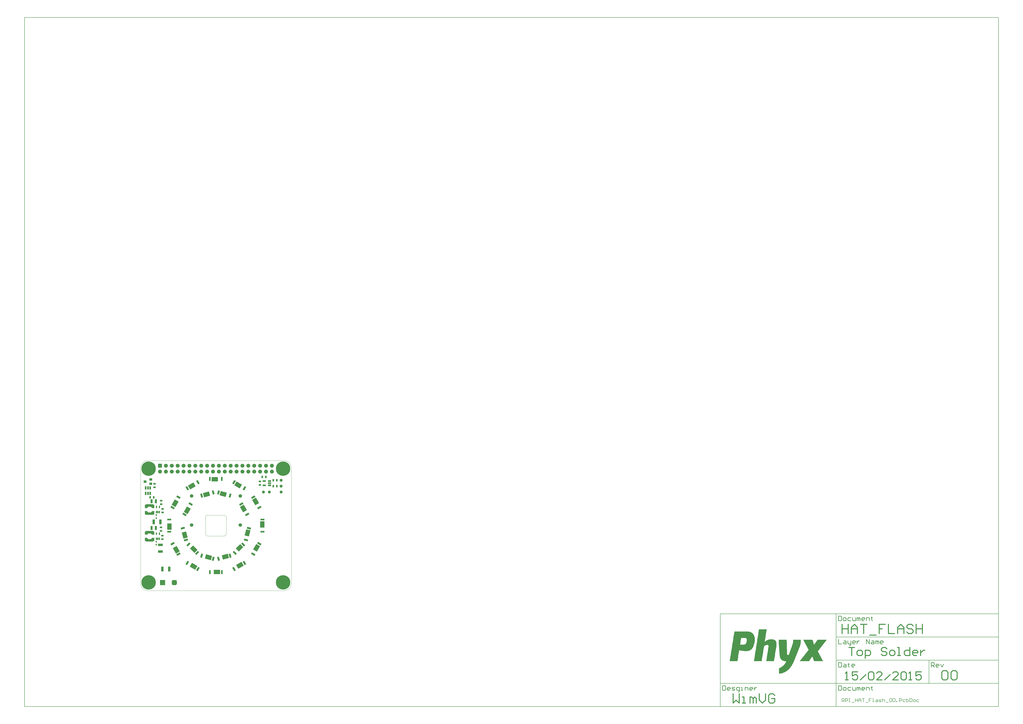
<source format=gts>
G04 Layer_Color=8388736*
%FSLAX25Y25*%
%MOIN*%
G70*
G01*
G75*
%ADD11C,0.00787*%
%ADD12C,0.01575*%
%ADD53C,0.00984*%
%ADD54C,0.00394*%
%ADD63R,0.08674X0.04225*%
%ADD64R,0.03162X0.04343*%
%ADD65R,0.04343X0.03162*%
%ADD66R,0.04343X0.07887*%
%ADD67R,0.07887X0.04343*%
%ADD68R,0.03556X0.06706*%
G04:AMPARAMS|DCode=69|XSize=106.42mil|YSize=74.93mil|CornerRadius=0mil|HoleSize=0mil|Usage=FLASHONLY|Rotation=105.000|XOffset=0mil|YOffset=0mil|HoleType=Round|Shape=Rectangle|*
%AMROTATEDRECTD69*
4,1,4,0.04996,-0.04170,-0.02242,-0.06110,-0.04996,0.04170,0.02242,0.06110,0.04996,-0.04170,0.0*
%
%ADD69ROTATEDRECTD69*%

G04:AMPARAMS|DCode=70|XSize=31.62mil|YSize=67.06mil|CornerRadius=0mil|HoleSize=0mil|Usage=FLASHONLY|Rotation=105.000|XOffset=0mil|YOffset=0mil|HoleType=Round|Shape=Rectangle|*
%AMROTATEDRECTD70*
4,1,4,0.03648,-0.00660,-0.02829,-0.02395,-0.03648,0.00660,0.02829,0.02395,0.03648,-0.00660,0.0*
%
%ADD70ROTATEDRECTD70*%

G04:AMPARAMS|DCode=71|XSize=106.42mil|YSize=74.93mil|CornerRadius=0mil|HoleSize=0mil|Usage=FLASHONLY|Rotation=135.000|XOffset=0mil|YOffset=0mil|HoleType=Round|Shape=Rectangle|*
%AMROTATEDRECTD71*
4,1,4,0.06412,-0.01114,0.01114,-0.06412,-0.06412,0.01114,-0.01114,0.06412,0.06412,-0.01114,0.0*
%
%ADD71ROTATEDRECTD71*%

G04:AMPARAMS|DCode=72|XSize=31.62mil|YSize=67.06mil|CornerRadius=0mil|HoleSize=0mil|Usage=FLASHONLY|Rotation=135.000|XOffset=0mil|YOffset=0mil|HoleType=Round|Shape=Rectangle|*
%AMROTATEDRECTD72*
4,1,4,0.03489,0.01253,-0.01253,-0.03489,-0.03489,-0.01253,0.01253,0.03489,0.03489,0.01253,0.0*
%
%ADD72ROTATEDRECTD72*%

G04:AMPARAMS|DCode=73|XSize=106.42mil|YSize=74.93mil|CornerRadius=0mil|HoleSize=0mil|Usage=FLASHONLY|Rotation=165.000|XOffset=0mil|YOffset=0mil|HoleType=Round|Shape=Rectangle|*
%AMROTATEDRECTD73*
4,1,4,0.06110,0.02242,0.04170,-0.04996,-0.06110,-0.02242,-0.04170,0.04996,0.06110,0.02242,0.0*
%
%ADD73ROTATEDRECTD73*%

G04:AMPARAMS|DCode=74|XSize=31.62mil|YSize=67.06mil|CornerRadius=0mil|HoleSize=0mil|Usage=FLASHONLY|Rotation=165.000|XOffset=0mil|YOffset=0mil|HoleType=Round|Shape=Rectangle|*
%AMROTATEDRECTD74*
4,1,4,0.02395,0.02829,0.00660,-0.03648,-0.02395,-0.02829,-0.00660,0.03648,0.02395,0.02829,0.0*
%
%ADD74ROTATEDRECTD74*%

G04:AMPARAMS|DCode=75|XSize=106.42mil|YSize=74.93mil|CornerRadius=0mil|HoleSize=0mil|Usage=FLASHONLY|Rotation=195.000|XOffset=0mil|YOffset=0mil|HoleType=Round|Shape=Rectangle|*
%AMROTATEDRECTD75*
4,1,4,0.04170,0.04996,0.06110,-0.02242,-0.04170,-0.04996,-0.06110,0.02242,0.04170,0.04996,0.0*
%
%ADD75ROTATEDRECTD75*%

G04:AMPARAMS|DCode=76|XSize=31.62mil|YSize=67.06mil|CornerRadius=0mil|HoleSize=0mil|Usage=FLASHONLY|Rotation=195.000|XOffset=0mil|YOffset=0mil|HoleType=Round|Shape=Rectangle|*
%AMROTATEDRECTD76*
4,1,4,0.00660,0.03648,0.02395,-0.02829,-0.00660,-0.03648,-0.02395,0.02829,0.00660,0.03648,0.0*
%
%ADD76ROTATEDRECTD76*%

G04:AMPARAMS|DCode=77|XSize=106.42mil|YSize=74.93mil|CornerRadius=0mil|HoleSize=0mil|Usage=FLASHONLY|Rotation=225.000|XOffset=0mil|YOffset=0mil|HoleType=Round|Shape=Rectangle|*
%AMROTATEDRECTD77*
4,1,4,0.01114,0.06412,0.06412,0.01114,-0.01114,-0.06412,-0.06412,-0.01114,0.01114,0.06412,0.0*
%
%ADD77ROTATEDRECTD77*%

G04:AMPARAMS|DCode=78|XSize=31.62mil|YSize=67.06mil|CornerRadius=0mil|HoleSize=0mil|Usage=FLASHONLY|Rotation=225.000|XOffset=0mil|YOffset=0mil|HoleType=Round|Shape=Rectangle|*
%AMROTATEDRECTD78*
4,1,4,-0.01253,0.03489,0.03489,-0.01253,0.01253,-0.03489,-0.03489,0.01253,-0.01253,0.03489,0.0*
%
%ADD78ROTATEDRECTD78*%

G04:AMPARAMS|DCode=79|XSize=106.42mil|YSize=74.93mil|CornerRadius=0mil|HoleSize=0mil|Usage=FLASHONLY|Rotation=255.000|XOffset=0mil|YOffset=0mil|HoleType=Round|Shape=Rectangle|*
%AMROTATEDRECTD79*
4,1,4,-0.02242,0.06110,0.04996,0.04170,0.02242,-0.06110,-0.04996,-0.04170,-0.02242,0.06110,0.0*
%
%ADD79ROTATEDRECTD79*%

G04:AMPARAMS|DCode=80|XSize=31.62mil|YSize=67.06mil|CornerRadius=0mil|HoleSize=0mil|Usage=FLASHONLY|Rotation=255.000|XOffset=0mil|YOffset=0mil|HoleType=Round|Shape=Rectangle|*
%AMROTATEDRECTD80*
4,1,4,-0.02829,0.02395,0.03648,0.00660,0.02829,-0.02395,-0.03648,-0.00660,-0.02829,0.02395,0.0*
%
%ADD80ROTATEDRECTD80*%

G04:AMPARAMS|DCode=81|XSize=106.42mil|YSize=74.93mil|CornerRadius=0mil|HoleSize=0mil|Usage=FLASHONLY|Rotation=300.000|XOffset=0mil|YOffset=0mil|HoleType=Round|Shape=Rectangle|*
%AMROTATEDRECTD81*
4,1,4,-0.05905,0.02735,0.00584,0.06482,0.05905,-0.02735,-0.00584,-0.06482,-0.05905,0.02735,0.0*
%
%ADD81ROTATEDRECTD81*%

G04:AMPARAMS|DCode=82|XSize=31.62mil|YSize=67.06mil|CornerRadius=0mil|HoleSize=0mil|Usage=FLASHONLY|Rotation=300.000|XOffset=0mil|YOffset=0mil|HoleType=Round|Shape=Rectangle|*
%AMROTATEDRECTD82*
4,1,4,-0.03694,-0.00307,0.02113,0.03046,0.03694,0.00307,-0.02113,-0.03046,-0.03694,-0.00307,0.0*
%
%ADD82ROTATEDRECTD82*%

G04:AMPARAMS|DCode=83|XSize=106.42mil|YSize=74.93mil|CornerRadius=0mil|HoleSize=0mil|Usage=FLASHONLY|Rotation=60.000|XOffset=0mil|YOffset=0mil|HoleType=Round|Shape=Rectangle|*
%AMROTATEDRECTD83*
4,1,4,0.00584,-0.06482,-0.05905,-0.02735,-0.00584,0.06482,0.05905,0.02735,0.00584,-0.06482,0.0*
%
%ADD83ROTATEDRECTD83*%

G04:AMPARAMS|DCode=84|XSize=31.62mil|YSize=67.06mil|CornerRadius=0mil|HoleSize=0mil|Usage=FLASHONLY|Rotation=60.000|XOffset=0mil|YOffset=0mil|HoleType=Round|Shape=Rectangle|*
%AMROTATEDRECTD84*
4,1,4,0.02113,-0.03046,-0.03694,0.00307,-0.02113,0.03046,0.03694,-0.00307,0.02113,-0.03046,0.0*
%
%ADD84ROTATEDRECTD84*%

%ADD85R,0.02375X0.02690*%
%ADD86R,0.02375X0.04343*%
%ADD87R,0.04737X0.04147*%
%ADD88R,0.04737X0.04147*%
%ADD89R,0.03162X0.05328*%
%ADD90R,0.07493X0.10642*%
%ADD91R,0.06706X0.03162*%
G04:AMPARAMS|DCode=92|XSize=106.42mil|YSize=74.93mil|CornerRadius=0mil|HoleSize=0mil|Usage=FLASHONLY|Rotation=150.000|XOffset=0mil|YOffset=0mil|HoleType=Round|Shape=Rectangle|*
%AMROTATEDRECTD92*
4,1,4,0.06482,0.00584,0.02735,-0.05905,-0.06482,-0.00584,-0.02735,0.05905,0.06482,0.00584,0.0*
%
%ADD92ROTATEDRECTD92*%

G04:AMPARAMS|DCode=93|XSize=31.62mil|YSize=67.06mil|CornerRadius=0mil|HoleSize=0mil|Usage=FLASHONLY|Rotation=150.000|XOffset=0mil|YOffset=0mil|HoleType=Round|Shape=Rectangle|*
%AMROTATEDRECTD93*
4,1,4,0.03046,0.02113,-0.00307,-0.03694,-0.03046,-0.02113,0.00307,0.03694,0.03046,0.02113,0.0*
%
%ADD93ROTATEDRECTD93*%

%ADD94R,0.10642X0.07493*%
%ADD95R,0.03162X0.06706*%
G04:AMPARAMS|DCode=96|XSize=106.42mil|YSize=74.93mil|CornerRadius=0mil|HoleSize=0mil|Usage=FLASHONLY|Rotation=210.000|XOffset=0mil|YOffset=0mil|HoleType=Round|Shape=Rectangle|*
%AMROTATEDRECTD96*
4,1,4,0.02735,0.05905,0.06482,-0.00584,-0.02735,-0.05905,-0.06482,0.00584,0.02735,0.05905,0.0*
%
%ADD96ROTATEDRECTD96*%

G04:AMPARAMS|DCode=97|XSize=31.62mil|YSize=67.06mil|CornerRadius=0mil|HoleSize=0mil|Usage=FLASHONLY|Rotation=210.000|XOffset=0mil|YOffset=0mil|HoleType=Round|Shape=Rectangle|*
%AMROTATEDRECTD97*
4,1,4,-0.00307,0.03694,0.03046,-0.02113,0.00307,-0.03694,-0.03046,0.02113,-0.00307,0.03694,0.0*
%
%ADD97ROTATEDRECTD97*%

%ADD98R,0.05328X0.03162*%
%ADD99C,0.06706*%
%ADD100R,0.06706X0.06706*%
%ADD101R,0.08674X0.08674*%
G04:AMPARAMS|DCode=102|XSize=86.74mil|YSize=86.74mil|CornerRadius=23.69mil|HoleSize=0mil|Usage=FLASHONLY|Rotation=0.000|XOffset=0mil|YOffset=0mil|HoleType=Round|Shape=RoundedRectangle|*
%AMROUNDEDRECTD102*
21,1,0.08674,0.03937,0,0,0.0*
21,1,0.03937,0.08674,0,0,0.0*
1,1,0.04737,0.01969,-0.01969*
1,1,0.04737,-0.01969,-0.01969*
1,1,0.04737,-0.01969,0.01969*
1,1,0.04737,0.01969,0.01969*
%
%ADD102ROUNDEDRECTD102*%
%ADD103C,0.05918*%
%ADD104C,0.05118*%
%ADD105C,0.24410*%
G36*
X1121080Y-83717D02*
Y-84003D01*
Y-84290D01*
Y-84576D01*
Y-84862D01*
Y-85149D01*
Y-85435D01*
Y-85721D01*
Y-86007D01*
Y-86294D01*
Y-86580D01*
Y-86866D01*
Y-87153D01*
Y-87439D01*
Y-87725D01*
Y-88012D01*
Y-88298D01*
Y-88584D01*
Y-88871D01*
Y-89157D01*
Y-89443D01*
X1120793D01*
Y-89730D01*
Y-90016D01*
Y-90302D01*
Y-90588D01*
Y-90875D01*
X1120507D01*
Y-91161D01*
Y-91448D01*
Y-91734D01*
Y-92020D01*
X1120221D01*
Y-92306D01*
Y-92593D01*
Y-92879D01*
Y-93165D01*
X1119934D01*
Y-93452D01*
Y-93738D01*
Y-94024D01*
X1119648D01*
Y-94311D01*
Y-94597D01*
Y-94883D01*
X1119362D01*
Y-95170D01*
Y-95456D01*
Y-95742D01*
X1119075D01*
Y-96029D01*
Y-96315D01*
Y-96601D01*
X1118789D01*
Y-96887D01*
Y-97174D01*
X1118503D01*
Y-97460D01*
Y-97746D01*
X1118217D01*
Y-98033D01*
Y-98319D01*
Y-98605D01*
X1117930D01*
Y-98892D01*
Y-99178D01*
X1117644D01*
Y-99464D01*
Y-99751D01*
Y-100037D01*
X1117358D01*
Y-100323D01*
Y-100610D01*
X1117071D01*
Y-100896D01*
Y-101182D01*
Y-101468D01*
X1116785D01*
Y-101755D01*
Y-102041D01*
X1116499D01*
Y-102327D01*
Y-102614D01*
Y-102900D01*
X1116212D01*
Y-103186D01*
Y-103473D01*
X1115926D01*
Y-103759D01*
Y-104045D01*
Y-104332D01*
X1115640D01*
Y-104618D01*
Y-104904D01*
X1115353D01*
Y-105191D01*
Y-105477D01*
Y-105763D01*
X1115067D01*
Y-106049D01*
Y-106336D01*
X1114781D01*
Y-106622D01*
Y-106908D01*
Y-107195D01*
X1114494D01*
Y-107481D01*
Y-107767D01*
X1114208D01*
Y-108054D01*
Y-108340D01*
Y-108626D01*
X1113922D01*
Y-108913D01*
Y-109199D01*
X1113636D01*
Y-109485D01*
Y-109772D01*
Y-110058D01*
X1113349D01*
Y-110344D01*
Y-110630D01*
X1113063D01*
Y-110917D01*
Y-111203D01*
Y-111489D01*
X1112776D01*
Y-111776D01*
Y-112062D01*
X1112490D01*
Y-112348D01*
Y-112635D01*
Y-112921D01*
X1112204D01*
Y-113207D01*
Y-113494D01*
X1111918D01*
Y-113780D01*
Y-114066D01*
Y-114353D01*
X1111631D01*
Y-114639D01*
Y-114925D01*
X1111345D01*
Y-115211D01*
Y-115498D01*
Y-115784D01*
X1111059D01*
Y-116070D01*
Y-116357D01*
X1110772D01*
Y-116643D01*
Y-116929D01*
Y-117216D01*
X1110486D01*
Y-117502D01*
Y-117788D01*
X1110200D01*
Y-118075D01*
Y-118361D01*
Y-118647D01*
X1109913D01*
Y-118933D01*
Y-119220D01*
X1109627D01*
Y-119506D01*
Y-119792D01*
Y-120079D01*
X1109341D01*
Y-120365D01*
Y-120651D01*
X1109054D01*
Y-120938D01*
Y-121224D01*
X1108768D01*
Y-121510D01*
Y-121797D01*
X1108482D01*
Y-122083D01*
Y-122369D01*
Y-122656D01*
X1108195D01*
Y-122942D01*
X1107909D01*
Y-123228D01*
Y-123514D01*
Y-123801D01*
X1107623D01*
Y-124087D01*
X1107337D01*
Y-124373D01*
Y-124660D01*
X1107050D01*
Y-124946D01*
Y-125232D01*
X1106764D01*
Y-125519D01*
Y-125805D01*
X1106478D01*
Y-126091D01*
Y-126378D01*
X1106191D01*
Y-126664D01*
X1105905D01*
Y-126950D01*
Y-127237D01*
X1105619D01*
Y-127523D01*
Y-127809D01*
X1105332D01*
Y-128095D01*
X1105046D01*
Y-128382D01*
X1104760D01*
Y-128668D01*
Y-128954D01*
X1104473D01*
Y-129241D01*
X1104187D01*
Y-129527D01*
Y-129813D01*
X1103901D01*
Y-130100D01*
X1103615D01*
Y-130386D01*
X1103328D01*
Y-130672D01*
Y-130959D01*
X1103042D01*
Y-131245D01*
X1102756D01*
Y-131531D01*
X1102469D01*
Y-131818D01*
X1102183D01*
Y-132104D01*
X1101897D01*
Y-132390D01*
Y-132676D01*
X1101610D01*
Y-132963D01*
X1101324D01*
Y-133249D01*
X1101038D01*
Y-133535D01*
X1100751D01*
Y-133822D01*
X1100465D01*
Y-134108D01*
X1100179D01*
Y-134394D01*
X1099892D01*
Y-134681D01*
X1099320D01*
Y-134967D01*
X1099034D01*
Y-135253D01*
X1098747D01*
Y-135540D01*
X1098461D01*
Y-135826D01*
X1098175D01*
Y-136112D01*
X1097602D01*
Y-136399D01*
X1097316D01*
Y-136685D01*
X1096743D01*
Y-136971D01*
X1096457D01*
Y-137258D01*
X1095884D01*
Y-137544D01*
X1095598D01*
Y-137830D01*
X1095025D01*
Y-138117D01*
X1094452D01*
Y-138403D01*
X1093880D01*
Y-138689D01*
X1093307D01*
Y-138975D01*
X1092735D01*
Y-139262D01*
X1091876D01*
Y-139548D01*
X1091303D01*
Y-139834D01*
X1090444D01*
Y-140121D01*
X1089299D01*
Y-140407D01*
X1088154D01*
Y-140693D01*
X1086436D01*
Y-140980D01*
X1084432D01*
Y-141266D01*
X1084145D01*
Y-140980D01*
Y-140693D01*
Y-140407D01*
Y-140121D01*
Y-139834D01*
Y-139548D01*
Y-139262D01*
Y-138975D01*
Y-138689D01*
Y-138403D01*
Y-138117D01*
Y-137830D01*
Y-137544D01*
Y-137258D01*
Y-136971D01*
Y-136685D01*
Y-136399D01*
Y-136112D01*
Y-135826D01*
Y-135540D01*
Y-135253D01*
Y-134967D01*
Y-134681D01*
Y-134394D01*
Y-134108D01*
Y-133822D01*
Y-133535D01*
Y-133249D01*
Y-132963D01*
Y-132676D01*
Y-132390D01*
Y-132104D01*
Y-131818D01*
X1084718D01*
Y-131531D01*
X1085291D01*
Y-131245D01*
X1085863D01*
Y-130959D01*
X1086436D01*
Y-130672D01*
X1087008D01*
Y-130386D01*
X1087581D01*
Y-130100D01*
X1087867D01*
Y-129813D01*
X1088440D01*
Y-129527D01*
X1088726D01*
Y-129241D01*
X1089299D01*
Y-128954D01*
X1089585D01*
Y-128668D01*
X1089872D01*
Y-128382D01*
X1090444D01*
Y-128095D01*
X1090730D01*
Y-127809D01*
X1091017D01*
Y-127523D01*
X1091303D01*
Y-127237D01*
X1091589D01*
Y-126950D01*
X1091876D01*
Y-126664D01*
X1092162D01*
Y-126378D01*
X1092448D01*
Y-126091D01*
X1092735D01*
Y-125805D01*
X1093021D01*
Y-125519D01*
X1093307D01*
Y-125232D01*
X1093594D01*
Y-124946D01*
Y-124660D01*
X1093880D01*
Y-124373D01*
X1094166D01*
Y-124087D01*
X1094452D01*
Y-123801D01*
Y-123514D01*
X1094739D01*
Y-123228D01*
X1095025D01*
Y-122942D01*
Y-122656D01*
X1095311D01*
Y-122369D01*
Y-122083D01*
X1095598D01*
Y-121797D01*
X1095884D01*
Y-121510D01*
Y-121224D01*
X1096170D01*
Y-120938D01*
Y-120651D01*
X1096457D01*
Y-120365D01*
Y-120079D01*
X1094739D01*
Y-119792D01*
X1092735D01*
Y-119506D01*
X1091589D01*
Y-119220D01*
X1091017D01*
Y-118933D01*
X1090158D01*
Y-118647D01*
X1089585D01*
Y-118361D01*
X1089299D01*
Y-118075D01*
X1088726D01*
Y-117788D01*
X1088440D01*
Y-117502D01*
X1088154D01*
Y-117216D01*
X1087867D01*
Y-116929D01*
X1087581D01*
Y-116643D01*
X1087295D01*
Y-116357D01*
Y-116070D01*
X1087008D01*
Y-115784D01*
X1086722D01*
Y-115498D01*
Y-115211D01*
X1086436D01*
Y-114925D01*
Y-114639D01*
X1086149D01*
Y-114353D01*
Y-114066D01*
X1085863D01*
Y-113780D01*
Y-113494D01*
Y-113207D01*
X1085577D01*
Y-112921D01*
Y-112635D01*
Y-112348D01*
Y-112062D01*
X1085291D01*
Y-111776D01*
Y-111489D01*
Y-111203D01*
Y-110917D01*
Y-110630D01*
Y-110344D01*
Y-110058D01*
X1085004D01*
Y-109772D01*
Y-109485D01*
Y-109199D01*
Y-108913D01*
Y-108626D01*
Y-108340D01*
Y-108054D01*
Y-107767D01*
Y-107481D01*
Y-107195D01*
Y-106908D01*
Y-106622D01*
Y-106336D01*
Y-106049D01*
Y-105763D01*
X1084718D01*
Y-105477D01*
Y-105191D01*
Y-104904D01*
Y-104618D01*
Y-104332D01*
Y-104045D01*
Y-103759D01*
Y-103473D01*
Y-103186D01*
Y-102900D01*
Y-102614D01*
Y-102327D01*
Y-102041D01*
Y-101755D01*
Y-101468D01*
X1084432D01*
Y-101182D01*
Y-100896D01*
Y-100610D01*
Y-100323D01*
Y-100037D01*
Y-99751D01*
Y-99464D01*
Y-99178D01*
Y-98892D01*
Y-98605D01*
Y-98319D01*
Y-98033D01*
Y-97746D01*
Y-97460D01*
Y-97174D01*
Y-96887D01*
X1084145D01*
Y-96601D01*
Y-96315D01*
Y-96029D01*
Y-95742D01*
Y-95456D01*
Y-95170D01*
Y-94883D01*
Y-94597D01*
Y-94311D01*
Y-94024D01*
Y-93738D01*
Y-93452D01*
Y-93165D01*
Y-92879D01*
Y-92593D01*
Y-92306D01*
X1083859D01*
Y-92020D01*
Y-91734D01*
Y-91448D01*
Y-91161D01*
Y-90875D01*
Y-90588D01*
Y-90302D01*
Y-90016D01*
Y-89730D01*
Y-89443D01*
Y-89157D01*
Y-88871D01*
Y-88584D01*
Y-88298D01*
X1083573D01*
Y-88012D01*
Y-87725D01*
Y-87439D01*
Y-87153D01*
Y-86866D01*
Y-86580D01*
Y-86294D01*
Y-86007D01*
Y-85721D01*
Y-85435D01*
Y-85149D01*
Y-84862D01*
Y-84576D01*
Y-84290D01*
Y-84003D01*
Y-83717D01*
X1083286D01*
Y-83431D01*
X1097029D01*
Y-83717D01*
Y-84003D01*
Y-84290D01*
Y-84576D01*
Y-84862D01*
Y-85149D01*
Y-85435D01*
Y-85721D01*
Y-86007D01*
Y-86294D01*
Y-86580D01*
Y-86866D01*
Y-87153D01*
Y-87439D01*
X1097316D01*
Y-87725D01*
Y-88012D01*
Y-88298D01*
Y-88584D01*
Y-88871D01*
Y-89157D01*
Y-89443D01*
Y-89730D01*
Y-90016D01*
Y-90302D01*
Y-90588D01*
Y-90875D01*
Y-91161D01*
Y-91448D01*
Y-91734D01*
Y-92020D01*
Y-92306D01*
Y-92593D01*
Y-92879D01*
Y-93165D01*
Y-93452D01*
Y-93738D01*
Y-94024D01*
Y-94311D01*
Y-94597D01*
Y-94883D01*
Y-95170D01*
Y-95456D01*
Y-95742D01*
Y-96029D01*
Y-96315D01*
Y-96601D01*
Y-96887D01*
Y-97174D01*
Y-97460D01*
Y-97746D01*
Y-98033D01*
Y-98319D01*
Y-98605D01*
Y-98892D01*
Y-99178D01*
X1097602D01*
Y-99464D01*
X1097316D01*
Y-99751D01*
Y-100037D01*
X1097602D01*
Y-100323D01*
Y-100610D01*
Y-100896D01*
Y-101182D01*
Y-101468D01*
Y-101755D01*
Y-102041D01*
Y-102327D01*
Y-102614D01*
Y-102900D01*
Y-103186D01*
Y-103473D01*
Y-103759D01*
Y-104045D01*
Y-104332D01*
Y-104618D01*
Y-104904D01*
Y-105191D01*
Y-105477D01*
Y-105763D01*
Y-106049D01*
Y-106336D01*
Y-106622D01*
Y-106908D01*
Y-107195D01*
Y-107481D01*
X1097888D01*
Y-107767D01*
Y-108054D01*
Y-108340D01*
X1098175D01*
Y-108626D01*
X1098461D01*
Y-108913D01*
X1098747D01*
Y-109199D01*
X1099606D01*
Y-109485D01*
X1100465D01*
Y-109199D01*
X1100751D01*
Y-108913D01*
Y-108626D01*
Y-108340D01*
X1101038D01*
Y-108054D01*
Y-107767D01*
X1101324D01*
Y-107481D01*
Y-107195D01*
Y-106908D01*
X1101610D01*
Y-106622D01*
Y-106336D01*
Y-106049D01*
X1101897D01*
Y-105763D01*
Y-105477D01*
Y-105191D01*
X1102183D01*
Y-104904D01*
Y-104618D01*
Y-104332D01*
X1102469D01*
Y-104045D01*
Y-103759D01*
X1102756D01*
Y-103473D01*
Y-103186D01*
Y-102900D01*
X1103042D01*
Y-102614D01*
Y-102327D01*
Y-102041D01*
X1103328D01*
Y-101755D01*
Y-101468D01*
Y-101182D01*
X1103615D01*
Y-100896D01*
Y-100610D01*
X1103901D01*
Y-100323D01*
Y-100037D01*
Y-99751D01*
X1104187D01*
Y-99464D01*
Y-99178D01*
Y-98892D01*
X1104473D01*
Y-98605D01*
Y-98319D01*
Y-98033D01*
X1104760D01*
Y-97746D01*
Y-97460D01*
X1105046D01*
Y-97174D01*
Y-96887D01*
Y-96601D01*
X1105332D01*
Y-96315D01*
Y-96029D01*
Y-95742D01*
X1105619D01*
Y-95456D01*
Y-95170D01*
Y-94883D01*
X1105905D01*
Y-94597D01*
Y-94311D01*
X1106191D01*
Y-94024D01*
Y-93738D01*
Y-93452D01*
X1106478D01*
Y-93165D01*
Y-92879D01*
Y-92593D01*
X1106764D01*
Y-92306D01*
Y-92020D01*
Y-91734D01*
X1107050D01*
Y-91448D01*
Y-91161D01*
Y-90875D01*
Y-90588D01*
X1107337D01*
Y-90302D01*
Y-90016D01*
Y-89730D01*
Y-89443D01*
X1107623D01*
Y-89157D01*
Y-88871D01*
Y-88584D01*
Y-88298D01*
Y-88012D01*
X1107909D01*
Y-87725D01*
Y-87439D01*
Y-87153D01*
Y-86866D01*
Y-86580D01*
Y-86294D01*
X1108195D01*
Y-86007D01*
Y-85721D01*
Y-85435D01*
Y-85149D01*
Y-84862D01*
Y-84576D01*
Y-84290D01*
Y-84003D01*
Y-83717D01*
Y-83431D01*
X1121080D01*
Y-83717D01*
D02*
G37*
G36*
X1063244Y-66252D02*
Y-66538D01*
X1062958D01*
Y-66825D01*
Y-67111D01*
Y-67397D01*
Y-67684D01*
Y-67970D01*
Y-68256D01*
X1062672D01*
Y-68542D01*
Y-68829D01*
Y-69115D01*
Y-69401D01*
Y-69688D01*
Y-69974D01*
X1062385D01*
Y-70260D01*
Y-70547D01*
Y-70833D01*
Y-71119D01*
Y-71406D01*
Y-71692D01*
Y-71978D01*
X1062099D01*
Y-72264D01*
Y-72551D01*
Y-72837D01*
Y-73123D01*
Y-73410D01*
Y-73696D01*
X1061813D01*
Y-73982D01*
Y-74269D01*
Y-74555D01*
Y-74841D01*
Y-75128D01*
Y-75414D01*
X1061526D01*
Y-75700D01*
Y-75987D01*
Y-76273D01*
Y-76559D01*
Y-76846D01*
Y-77132D01*
Y-77418D01*
X1061240D01*
Y-77704D01*
Y-77991D01*
Y-78277D01*
Y-78563D01*
Y-78850D01*
Y-79136D01*
X1060954D01*
Y-79422D01*
Y-79709D01*
Y-79995D01*
Y-80281D01*
Y-80568D01*
Y-80854D01*
X1060668D01*
Y-81140D01*
Y-81427D01*
Y-81713D01*
Y-81999D01*
Y-82285D01*
Y-82572D01*
X1060381D01*
Y-82858D01*
Y-83144D01*
Y-83431D01*
Y-83717D01*
Y-84003D01*
Y-84290D01*
Y-84576D01*
X1060095D01*
Y-84862D01*
Y-85149D01*
Y-85435D01*
Y-85721D01*
Y-86007D01*
Y-86294D01*
X1059809D01*
Y-86580D01*
Y-86866D01*
X1060381D01*
Y-86580D01*
X1060668D01*
Y-86294D01*
X1060954D01*
Y-86007D01*
X1061526D01*
Y-85721D01*
X1061813D01*
Y-85435D01*
X1062099D01*
Y-85149D01*
X1062672D01*
Y-84862D01*
X1063244D01*
Y-84576D01*
X1063531D01*
Y-84290D01*
X1064103D01*
Y-84003D01*
X1064962D01*
Y-83717D01*
X1065535D01*
Y-83431D01*
X1066394D01*
Y-83144D01*
X1067825D01*
Y-82858D01*
X1074124D01*
Y-83144D01*
X1075270D01*
Y-83431D01*
X1076128D01*
Y-83717D01*
X1076701D01*
Y-84003D01*
X1076987D01*
Y-84290D01*
X1077560D01*
Y-84576D01*
X1077846D01*
Y-84862D01*
X1078133D01*
Y-85149D01*
X1078419D01*
Y-85435D01*
X1078705D01*
Y-85721D01*
Y-86007D01*
X1078992D01*
Y-86294D01*
Y-86580D01*
X1079278D01*
Y-86866D01*
Y-87153D01*
Y-87439D01*
X1079564D01*
Y-87725D01*
Y-88012D01*
Y-88298D01*
Y-88584D01*
X1079850D01*
Y-88871D01*
Y-89157D01*
Y-89443D01*
Y-89730D01*
Y-90016D01*
Y-90302D01*
Y-90588D01*
Y-90875D01*
Y-91161D01*
Y-91448D01*
Y-91734D01*
Y-92020D01*
Y-92306D01*
Y-92593D01*
Y-92879D01*
Y-93165D01*
Y-93452D01*
Y-93738D01*
X1079564D01*
Y-94024D01*
Y-94311D01*
Y-94597D01*
Y-94883D01*
Y-95170D01*
Y-95456D01*
Y-95742D01*
X1079278D01*
Y-96029D01*
Y-96315D01*
Y-96601D01*
Y-96887D01*
Y-97174D01*
Y-97460D01*
Y-97746D01*
X1078992D01*
Y-98033D01*
Y-98319D01*
Y-98605D01*
Y-98892D01*
Y-99178D01*
Y-99464D01*
X1078705D01*
Y-99751D01*
Y-100037D01*
Y-100323D01*
Y-100610D01*
Y-100896D01*
Y-101182D01*
X1078419D01*
Y-101468D01*
Y-101755D01*
Y-102041D01*
Y-102327D01*
Y-102614D01*
Y-102900D01*
X1078133D01*
Y-103186D01*
Y-103473D01*
Y-103759D01*
Y-104045D01*
Y-104332D01*
Y-104618D01*
Y-104904D01*
X1077846D01*
Y-105191D01*
Y-105477D01*
Y-105763D01*
Y-106049D01*
Y-106336D01*
Y-106622D01*
X1077560D01*
Y-106908D01*
Y-107195D01*
Y-107481D01*
Y-107767D01*
Y-108054D01*
Y-108340D01*
X1077274D01*
Y-108626D01*
Y-108913D01*
Y-109199D01*
Y-109485D01*
Y-109772D01*
Y-110058D01*
Y-110344D01*
X1076987D01*
Y-110630D01*
Y-110917D01*
Y-111203D01*
Y-111489D01*
Y-111776D01*
Y-112062D01*
X1076701D01*
Y-112348D01*
Y-112635D01*
Y-112921D01*
Y-113207D01*
Y-113494D01*
Y-113780D01*
X1076415D01*
Y-114066D01*
Y-114353D01*
Y-114639D01*
Y-114925D01*
Y-115211D01*
Y-115498D01*
X1076128D01*
Y-115784D01*
Y-116070D01*
Y-116357D01*
Y-116643D01*
Y-116929D01*
Y-117216D01*
Y-117502D01*
X1075842D01*
Y-117788D01*
Y-118075D01*
Y-118361D01*
Y-118647D01*
Y-118933D01*
Y-119220D01*
X1075556D01*
Y-119506D01*
Y-119792D01*
X1062385D01*
Y-119506D01*
Y-119220D01*
X1062672D01*
Y-118933D01*
Y-118647D01*
Y-118361D01*
Y-118075D01*
Y-117788D01*
Y-117502D01*
X1062958D01*
Y-117216D01*
Y-116929D01*
Y-116643D01*
Y-116357D01*
Y-116070D01*
Y-115784D01*
Y-115498D01*
X1063244D01*
Y-115211D01*
Y-114925D01*
Y-114639D01*
Y-114353D01*
Y-114066D01*
Y-113780D01*
X1063531D01*
Y-113494D01*
Y-113207D01*
Y-112921D01*
Y-112635D01*
Y-112348D01*
Y-112062D01*
X1063817D01*
Y-111776D01*
Y-111489D01*
Y-111203D01*
Y-110917D01*
Y-110630D01*
Y-110344D01*
Y-110058D01*
X1064103D01*
Y-109772D01*
Y-109485D01*
Y-109199D01*
Y-108913D01*
Y-108626D01*
Y-108340D01*
X1064390D01*
Y-108054D01*
Y-107767D01*
Y-107481D01*
Y-107195D01*
Y-106908D01*
Y-106622D01*
Y-106336D01*
X1064676D01*
Y-106049D01*
Y-105763D01*
Y-105477D01*
Y-105191D01*
Y-104904D01*
Y-104618D01*
X1064962D01*
Y-104332D01*
Y-104045D01*
Y-103759D01*
Y-103473D01*
Y-103186D01*
Y-102900D01*
X1065249D01*
Y-102614D01*
Y-102327D01*
Y-102041D01*
Y-101755D01*
Y-101468D01*
Y-101182D01*
X1065535D01*
Y-100896D01*
Y-100610D01*
Y-100323D01*
Y-100037D01*
Y-99751D01*
Y-99464D01*
Y-99178D01*
X1065821D01*
Y-98892D01*
Y-98605D01*
Y-98319D01*
Y-98033D01*
Y-97746D01*
Y-97460D01*
X1066107D01*
Y-97174D01*
Y-96887D01*
Y-96601D01*
Y-96315D01*
Y-96029D01*
Y-95742D01*
Y-95456D01*
X1066394D01*
Y-95170D01*
Y-94883D01*
Y-94597D01*
Y-94311D01*
Y-94024D01*
Y-93738D01*
X1066107D01*
Y-93452D01*
Y-93165D01*
X1065821D01*
Y-92879D01*
X1065535D01*
Y-92593D01*
X1064962D01*
Y-92306D01*
X1063244D01*
Y-92593D01*
X1061813D01*
Y-92879D01*
X1060954D01*
Y-93165D01*
X1060381D01*
Y-93452D01*
X1060095D01*
Y-93738D01*
X1059522D01*
Y-94024D01*
X1059236D01*
Y-94311D01*
X1058950D01*
Y-94597D01*
Y-94883D01*
X1058663D01*
Y-95170D01*
Y-95456D01*
Y-95742D01*
X1058377D01*
Y-96029D01*
Y-96315D01*
Y-96601D01*
Y-96887D01*
Y-97174D01*
Y-97460D01*
X1058091D01*
Y-97746D01*
Y-98033D01*
Y-98319D01*
Y-98605D01*
Y-98892D01*
Y-99178D01*
Y-99464D01*
X1057804D01*
Y-99751D01*
Y-100037D01*
Y-100323D01*
Y-100610D01*
Y-100896D01*
Y-101182D01*
X1057518D01*
Y-101468D01*
Y-101755D01*
Y-102041D01*
Y-102327D01*
Y-102614D01*
Y-102900D01*
X1057232D01*
Y-103186D01*
Y-103473D01*
Y-103759D01*
Y-104045D01*
Y-104332D01*
Y-104618D01*
X1056946D01*
Y-104904D01*
Y-105191D01*
Y-105477D01*
Y-105763D01*
Y-106049D01*
Y-106336D01*
Y-106622D01*
X1056659D01*
Y-106908D01*
Y-107195D01*
Y-107481D01*
Y-107767D01*
Y-108054D01*
Y-108340D01*
X1056373D01*
Y-108626D01*
Y-108913D01*
Y-109199D01*
Y-109485D01*
Y-109772D01*
Y-110058D01*
X1056087D01*
Y-110344D01*
Y-110630D01*
Y-110917D01*
Y-111203D01*
Y-111489D01*
Y-111776D01*
Y-112062D01*
X1055800D01*
Y-112348D01*
Y-112635D01*
Y-112921D01*
Y-113207D01*
Y-113494D01*
Y-113780D01*
X1055514D01*
Y-114066D01*
Y-114353D01*
Y-114639D01*
Y-114925D01*
Y-115211D01*
Y-115498D01*
X1055228D01*
Y-115784D01*
Y-116070D01*
Y-116357D01*
Y-116643D01*
Y-116929D01*
Y-117216D01*
X1054941D01*
Y-117502D01*
Y-117788D01*
Y-118075D01*
Y-118361D01*
Y-118647D01*
Y-118933D01*
Y-119220D01*
X1054655D01*
Y-119506D01*
Y-119792D01*
X1041485D01*
Y-119506D01*
Y-119220D01*
X1041771D01*
Y-118933D01*
Y-118647D01*
Y-118361D01*
Y-118075D01*
Y-117788D01*
Y-117502D01*
Y-117216D01*
X1042057D01*
Y-116929D01*
Y-116643D01*
Y-116357D01*
Y-116070D01*
Y-115784D01*
Y-115498D01*
X1042344D01*
Y-115211D01*
Y-114925D01*
Y-114639D01*
Y-114353D01*
Y-114066D01*
Y-113780D01*
X1042630D01*
Y-113494D01*
Y-113207D01*
Y-112921D01*
Y-112635D01*
Y-112348D01*
Y-112062D01*
Y-111776D01*
X1042916D01*
Y-111489D01*
Y-111203D01*
Y-110917D01*
Y-110630D01*
Y-110344D01*
Y-110058D01*
X1043202D01*
Y-109772D01*
Y-109485D01*
Y-109199D01*
Y-108913D01*
Y-108626D01*
Y-108340D01*
X1043489D01*
Y-108054D01*
Y-107767D01*
Y-107481D01*
Y-107195D01*
Y-106908D01*
Y-106622D01*
X1043775D01*
Y-106336D01*
Y-106049D01*
Y-105763D01*
Y-105477D01*
Y-105191D01*
Y-104904D01*
Y-104618D01*
X1044061D01*
Y-104332D01*
Y-104045D01*
Y-103759D01*
Y-103473D01*
Y-103186D01*
Y-102900D01*
X1044348D01*
Y-102614D01*
Y-102327D01*
Y-102041D01*
Y-101755D01*
Y-101468D01*
Y-101182D01*
X1044634D01*
Y-100896D01*
Y-100610D01*
Y-100323D01*
Y-100037D01*
Y-99751D01*
Y-99464D01*
Y-99178D01*
X1044920D01*
Y-98892D01*
Y-98605D01*
Y-98319D01*
Y-98033D01*
Y-97746D01*
Y-97460D01*
X1045207D01*
Y-97174D01*
Y-96887D01*
Y-96601D01*
Y-96315D01*
Y-96029D01*
Y-95742D01*
X1045493D01*
Y-95456D01*
Y-95170D01*
Y-94883D01*
Y-94597D01*
Y-94311D01*
Y-94024D01*
X1045779D01*
Y-93738D01*
Y-93452D01*
Y-93165D01*
Y-92879D01*
Y-92593D01*
Y-92306D01*
Y-92020D01*
X1046066D01*
Y-91734D01*
Y-91448D01*
Y-91161D01*
Y-90875D01*
Y-90588D01*
Y-90302D01*
X1046352D01*
Y-90016D01*
Y-89730D01*
Y-89443D01*
Y-89157D01*
Y-88871D01*
Y-88584D01*
X1046638D01*
Y-88298D01*
Y-88012D01*
Y-87725D01*
Y-87439D01*
Y-87153D01*
Y-86866D01*
X1046925D01*
Y-86580D01*
Y-86294D01*
Y-86007D01*
Y-85721D01*
Y-85435D01*
Y-85149D01*
Y-84862D01*
X1047211D01*
Y-84576D01*
Y-84290D01*
Y-84003D01*
Y-83717D01*
Y-83431D01*
Y-83144D01*
X1047497D01*
Y-82858D01*
Y-82572D01*
Y-82285D01*
Y-81999D01*
Y-81713D01*
Y-81427D01*
X1047783D01*
Y-81140D01*
Y-80854D01*
Y-80568D01*
Y-80281D01*
Y-79995D01*
Y-79709D01*
Y-79422D01*
X1048070D01*
Y-79136D01*
Y-78850D01*
Y-78563D01*
Y-78277D01*
Y-77991D01*
Y-77704D01*
X1048356D01*
Y-77418D01*
Y-77132D01*
Y-76846D01*
Y-76559D01*
Y-76273D01*
Y-75987D01*
X1048642D01*
Y-75700D01*
Y-75414D01*
Y-75128D01*
Y-74841D01*
Y-74555D01*
Y-74269D01*
X1048929D01*
Y-73982D01*
Y-73696D01*
Y-73410D01*
Y-73123D01*
Y-72837D01*
Y-72551D01*
Y-72264D01*
X1049215D01*
Y-71978D01*
Y-71692D01*
Y-71406D01*
Y-71119D01*
Y-70833D01*
Y-70547D01*
X1049501D01*
Y-70260D01*
Y-69974D01*
Y-69688D01*
Y-69401D01*
Y-69115D01*
Y-68829D01*
X1049788D01*
Y-68542D01*
Y-68256D01*
Y-67970D01*
Y-67684D01*
Y-67397D01*
Y-67111D01*
Y-66825D01*
X1050074D01*
Y-66538D01*
Y-66252D01*
Y-65966D01*
X1063244D01*
Y-66252D01*
D02*
G37*
G36*
X1032036Y-69688D02*
X1033754D01*
Y-69974D01*
X1034613D01*
Y-70260D01*
X1035472D01*
Y-70547D01*
X1036331D01*
Y-70833D01*
X1036904D01*
Y-71119D01*
X1037190D01*
Y-71406D01*
X1037763D01*
Y-71692D01*
X1038049D01*
Y-71978D01*
X1038622D01*
Y-72264D01*
X1038908D01*
Y-72551D01*
X1039194D01*
Y-72837D01*
X1039480D01*
Y-73123D01*
X1039767D01*
Y-73410D01*
X1040053D01*
Y-73696D01*
X1040339D01*
Y-73982D01*
Y-74269D01*
X1040626D01*
Y-74555D01*
X1040912D01*
Y-74841D01*
Y-75128D01*
X1041198D01*
Y-75414D01*
X1041485D01*
Y-75700D01*
Y-75987D01*
X1041771D01*
Y-76273D01*
Y-76559D01*
Y-76846D01*
X1042057D01*
Y-77132D01*
Y-77418D01*
Y-77704D01*
X1042344D01*
Y-77991D01*
Y-78277D01*
Y-78563D01*
Y-78850D01*
X1042630D01*
Y-79136D01*
Y-79422D01*
Y-79709D01*
Y-79995D01*
Y-80281D01*
X1042916D01*
Y-80568D01*
Y-80854D01*
Y-81140D01*
Y-81427D01*
Y-81713D01*
Y-81999D01*
Y-82285D01*
Y-82572D01*
Y-82858D01*
Y-83144D01*
Y-83431D01*
Y-83717D01*
Y-84003D01*
Y-84290D01*
Y-84576D01*
Y-84862D01*
Y-85149D01*
Y-85435D01*
Y-85721D01*
Y-86007D01*
X1042630D01*
Y-86294D01*
Y-86580D01*
Y-86866D01*
Y-87153D01*
Y-87439D01*
Y-87725D01*
Y-88012D01*
X1042344D01*
Y-88298D01*
Y-88584D01*
Y-88871D01*
Y-89157D01*
Y-89443D01*
X1042057D01*
Y-89730D01*
Y-90016D01*
Y-90302D01*
Y-90588D01*
Y-90875D01*
X1041771D01*
Y-91161D01*
Y-91448D01*
Y-91734D01*
X1041485D01*
Y-92020D01*
Y-92306D01*
Y-92593D01*
Y-92879D01*
X1041198D01*
Y-93165D01*
Y-93452D01*
Y-93738D01*
X1040912D01*
Y-94024D01*
Y-94311D01*
X1040626D01*
Y-94597D01*
Y-94883D01*
Y-95170D01*
X1040339D01*
Y-95456D01*
Y-95742D01*
X1040053D01*
Y-96029D01*
Y-96315D01*
X1039767D01*
Y-96601D01*
Y-96887D01*
X1039480D01*
Y-97174D01*
X1039194D01*
Y-97460D01*
Y-97746D01*
X1038908D01*
Y-98033D01*
X1038622D01*
Y-98319D01*
X1038335D01*
Y-98605D01*
Y-98892D01*
X1038049D01*
Y-99178D01*
X1037763D01*
Y-99464D01*
X1037476D01*
Y-99751D01*
X1037190D01*
Y-100037D01*
X1036904D01*
Y-100323D01*
X1036331D01*
Y-100610D01*
X1036045D01*
Y-100896D01*
X1035472D01*
Y-101182D01*
X1035186D01*
Y-101468D01*
X1034613D01*
Y-101755D01*
X1033754D01*
Y-102041D01*
X1032895D01*
Y-102327D01*
X1032036D01*
Y-102614D01*
X1030318D01*
Y-102900D01*
X1025165D01*
Y-102614D01*
X1022588D01*
Y-102327D01*
X1020584D01*
Y-102041D01*
X1019152D01*
Y-101755D01*
X1017721D01*
Y-101468D01*
X1016289D01*
Y-101755D01*
Y-102041D01*
Y-102327D01*
Y-102614D01*
Y-102900D01*
Y-103186D01*
Y-103473D01*
X1016003D01*
Y-103759D01*
Y-104045D01*
Y-104332D01*
Y-104618D01*
Y-104904D01*
Y-105191D01*
X1015716D01*
Y-105477D01*
Y-105763D01*
Y-106049D01*
Y-106336D01*
Y-106622D01*
Y-106908D01*
X1015430D01*
Y-107195D01*
Y-107481D01*
Y-107767D01*
Y-108054D01*
Y-108340D01*
Y-108626D01*
Y-108913D01*
X1015144D01*
Y-109199D01*
Y-109485D01*
Y-109772D01*
Y-110058D01*
Y-110344D01*
Y-110630D01*
X1014857D01*
Y-110917D01*
Y-111203D01*
Y-111489D01*
Y-111776D01*
Y-112062D01*
Y-112348D01*
X1014571D01*
Y-112635D01*
Y-112921D01*
Y-113207D01*
Y-113494D01*
Y-113780D01*
Y-114066D01*
Y-114353D01*
X1014285D01*
Y-114639D01*
Y-114925D01*
Y-115211D01*
Y-115498D01*
Y-115784D01*
Y-116070D01*
X1013999D01*
Y-116357D01*
Y-116643D01*
Y-116929D01*
Y-117216D01*
Y-117502D01*
Y-117788D01*
X1013712D01*
Y-118075D01*
Y-118361D01*
Y-118647D01*
Y-118933D01*
Y-119220D01*
Y-119506D01*
Y-119792D01*
X1000256D01*
Y-119506D01*
X1000542D01*
Y-119220D01*
Y-118933D01*
Y-118647D01*
Y-118361D01*
Y-118075D01*
X1000828D01*
Y-117788D01*
Y-117502D01*
Y-117216D01*
Y-116929D01*
Y-116643D01*
Y-116357D01*
Y-116070D01*
X1001114D01*
Y-115784D01*
Y-115498D01*
Y-115211D01*
Y-114925D01*
Y-114639D01*
Y-114353D01*
X1001401D01*
Y-114066D01*
Y-113780D01*
Y-113494D01*
Y-113207D01*
Y-112921D01*
Y-112635D01*
X1001687D01*
Y-112348D01*
Y-112062D01*
Y-111776D01*
Y-111489D01*
Y-111203D01*
Y-110917D01*
Y-110630D01*
X1001974D01*
Y-110344D01*
Y-110058D01*
Y-109772D01*
Y-109485D01*
Y-109199D01*
Y-108913D01*
X1002260D01*
Y-108626D01*
Y-108340D01*
Y-108054D01*
Y-107767D01*
Y-107481D01*
Y-107195D01*
X1002546D01*
Y-106908D01*
Y-106622D01*
Y-106336D01*
Y-106049D01*
Y-105763D01*
Y-105477D01*
X1002832D01*
Y-105191D01*
Y-104904D01*
Y-104618D01*
Y-104332D01*
Y-104045D01*
Y-103759D01*
Y-103473D01*
X1003119D01*
Y-103186D01*
Y-102900D01*
Y-102614D01*
Y-102327D01*
Y-102041D01*
Y-101755D01*
X1003405D01*
Y-101468D01*
Y-101182D01*
Y-100896D01*
Y-100610D01*
Y-100323D01*
Y-100037D01*
X1003691D01*
Y-99751D01*
Y-99464D01*
Y-99178D01*
Y-98892D01*
Y-98605D01*
Y-98319D01*
X1003978D01*
Y-98033D01*
Y-97746D01*
Y-97460D01*
Y-97174D01*
Y-96887D01*
Y-96601D01*
Y-96315D01*
X1004264D01*
Y-96029D01*
Y-95742D01*
Y-95456D01*
Y-95170D01*
Y-94883D01*
Y-94597D01*
X1004550D01*
Y-94311D01*
Y-94024D01*
Y-93738D01*
Y-93452D01*
Y-93165D01*
Y-92879D01*
X1004837D01*
Y-92593D01*
Y-92306D01*
Y-92020D01*
Y-91734D01*
Y-91448D01*
Y-91161D01*
Y-90875D01*
X1005123D01*
Y-90588D01*
Y-90302D01*
Y-90016D01*
Y-89730D01*
Y-89443D01*
Y-89157D01*
X1005409D01*
Y-88871D01*
Y-88584D01*
Y-88298D01*
Y-88012D01*
Y-87725D01*
Y-87439D01*
X1005696D01*
Y-87153D01*
Y-86866D01*
Y-86580D01*
Y-86294D01*
Y-86007D01*
Y-85721D01*
X1005982D01*
Y-85435D01*
Y-85149D01*
Y-84862D01*
Y-84576D01*
Y-84290D01*
Y-84003D01*
Y-83717D01*
X1006268D01*
Y-83431D01*
Y-83144D01*
Y-82858D01*
Y-82572D01*
Y-82285D01*
Y-81999D01*
X1006555D01*
Y-81713D01*
Y-81427D01*
Y-81140D01*
Y-80854D01*
Y-80568D01*
Y-80281D01*
X1006841D01*
Y-79995D01*
Y-79709D01*
Y-79422D01*
Y-79136D01*
Y-78850D01*
Y-78563D01*
Y-78277D01*
X1007127D01*
Y-77991D01*
Y-77704D01*
Y-77418D01*
Y-77132D01*
Y-76846D01*
Y-76559D01*
X1007413D01*
Y-76273D01*
Y-75987D01*
Y-75700D01*
Y-75414D01*
Y-75128D01*
Y-74841D01*
X1007700D01*
Y-74555D01*
Y-74269D01*
Y-73982D01*
Y-73696D01*
Y-73410D01*
Y-73123D01*
Y-72837D01*
X1007986D01*
Y-72551D01*
Y-72264D01*
Y-71978D01*
Y-71692D01*
Y-71406D01*
Y-71119D01*
X1008272D01*
Y-70833D01*
Y-70547D01*
Y-70260D01*
Y-69974D01*
Y-69688D01*
Y-69401D01*
X1032036D01*
Y-69688D01*
D02*
G37*
G36*
X1165172Y-83717D02*
X1164886D01*
Y-84003D01*
X1164599D01*
Y-84290D01*
Y-84576D01*
X1164313D01*
Y-84862D01*
X1164027D01*
Y-85149D01*
X1163740D01*
Y-85435D01*
Y-85721D01*
X1163454D01*
Y-86007D01*
X1163168D01*
Y-86294D01*
X1162881D01*
Y-86580D01*
X1162595D01*
Y-86866D01*
Y-87153D01*
X1162309D01*
Y-87439D01*
X1162022D01*
Y-87725D01*
X1161736D01*
Y-88012D01*
Y-88298D01*
X1161450D01*
Y-88584D01*
X1161163D01*
Y-88871D01*
X1160877D01*
Y-89157D01*
X1160591D01*
Y-89443D01*
Y-89730D01*
X1160305D01*
Y-90016D01*
X1160018D01*
Y-90302D01*
X1159732D01*
Y-90588D01*
Y-90875D01*
X1159445D01*
Y-91161D01*
X1159159D01*
Y-91448D01*
X1158873D01*
Y-91734D01*
Y-92020D01*
X1158587D01*
Y-92306D01*
X1158300D01*
Y-92593D01*
X1158014D01*
Y-92879D01*
X1157728D01*
Y-93165D01*
Y-93452D01*
X1157441D01*
Y-93738D01*
X1157155D01*
Y-94024D01*
X1156869D01*
Y-94311D01*
Y-94597D01*
X1156582D01*
Y-94883D01*
X1156296D01*
Y-95170D01*
X1156010D01*
Y-95456D01*
Y-95742D01*
X1155723D01*
Y-96029D01*
X1155437D01*
Y-96315D01*
X1155151D01*
Y-96601D01*
X1154865D01*
Y-96887D01*
Y-97174D01*
X1154578D01*
Y-97460D01*
X1154292D01*
Y-97746D01*
X1154006D01*
Y-98033D01*
Y-98319D01*
X1153719D01*
Y-98605D01*
X1153433D01*
Y-98892D01*
X1153147D01*
Y-99178D01*
Y-99464D01*
X1152860D01*
Y-99751D01*
X1152574D01*
Y-100037D01*
X1152288D01*
Y-100323D01*
X1152001D01*
Y-100610D01*
Y-100896D01*
X1151715D01*
Y-101182D01*
X1151429D01*
Y-101468D01*
X1151142D01*
Y-101755D01*
Y-102041D01*
X1150856D01*
Y-102327D01*
X1150570D01*
Y-102614D01*
X1150284D01*
Y-102900D01*
X1149997D01*
Y-103186D01*
Y-103473D01*
X1150284D01*
Y-103759D01*
Y-104045D01*
X1150570D01*
Y-104332D01*
Y-104618D01*
X1150856D01*
Y-104904D01*
X1151142D01*
Y-105191D01*
Y-105477D01*
X1151429D01*
Y-105763D01*
Y-106049D01*
X1151715D01*
Y-106336D01*
Y-106622D01*
X1152001D01*
Y-106908D01*
Y-107195D01*
X1152288D01*
Y-107481D01*
Y-107767D01*
X1152574D01*
Y-108054D01*
Y-108340D01*
X1152860D01*
Y-108626D01*
Y-108913D01*
X1153147D01*
Y-109199D01*
Y-109485D01*
X1153433D01*
Y-109772D01*
X1153719D01*
Y-110058D01*
Y-110344D01*
X1154006D01*
Y-110630D01*
Y-110917D01*
X1154292D01*
Y-111203D01*
Y-111489D01*
X1154578D01*
Y-111776D01*
Y-112062D01*
X1154865D01*
Y-112348D01*
Y-112635D01*
X1155151D01*
Y-112921D01*
Y-113207D01*
X1155437D01*
Y-113494D01*
Y-113780D01*
X1155723D01*
Y-114066D01*
X1156010D01*
Y-114353D01*
Y-114639D01*
X1156296D01*
Y-114925D01*
Y-115211D01*
X1156582D01*
Y-115498D01*
Y-115784D01*
X1156869D01*
Y-116070D01*
Y-116357D01*
X1157155D01*
Y-116643D01*
Y-116929D01*
X1157441D01*
Y-117216D01*
Y-117502D01*
X1157728D01*
Y-117788D01*
Y-118075D01*
X1158014D01*
Y-118361D01*
X1158300D01*
Y-118647D01*
Y-118933D01*
X1158587D01*
Y-119220D01*
Y-119506D01*
X1158873D01*
Y-119792D01*
X1143698D01*
Y-119506D01*
X1143412D01*
Y-119220D01*
Y-118933D01*
Y-118647D01*
X1143126D01*
Y-118361D01*
Y-118075D01*
Y-117788D01*
X1142839D01*
Y-117502D01*
Y-117216D01*
X1142553D01*
Y-116929D01*
Y-116643D01*
Y-116357D01*
X1142267D01*
Y-116070D01*
Y-115784D01*
Y-115498D01*
X1141980D01*
Y-115211D01*
Y-114925D01*
X1141694D01*
Y-114639D01*
Y-114353D01*
Y-114066D01*
X1141408D01*
Y-113780D01*
Y-113494D01*
Y-113207D01*
X1141121D01*
Y-112921D01*
Y-112635D01*
Y-112348D01*
X1140835D01*
Y-112062D01*
X1140263D01*
Y-112348D01*
Y-112635D01*
X1139976D01*
Y-112921D01*
X1139690D01*
Y-113207D01*
Y-113494D01*
X1139404D01*
Y-113780D01*
X1139117D01*
Y-114066D01*
Y-114353D01*
X1138831D01*
Y-114639D01*
X1138545D01*
Y-114925D01*
Y-115211D01*
X1138258D01*
Y-115498D01*
X1137972D01*
Y-115784D01*
X1137686D01*
Y-116070D01*
Y-116357D01*
X1137399D01*
Y-116643D01*
X1137113D01*
Y-116929D01*
Y-117216D01*
X1136827D01*
Y-117502D01*
X1136541D01*
Y-117788D01*
Y-118075D01*
X1136254D01*
Y-118361D01*
X1135968D01*
Y-118647D01*
Y-118933D01*
X1135682D01*
Y-119220D01*
X1135395D01*
Y-119506D01*
Y-119792D01*
X1119362D01*
Y-119506D01*
X1119648D01*
Y-119220D01*
X1119934D01*
Y-118933D01*
X1120221D01*
Y-118647D01*
X1120507D01*
Y-118361D01*
Y-118075D01*
X1120793D01*
Y-117788D01*
X1121080D01*
Y-117502D01*
X1121366D01*
Y-117216D01*
X1121652D01*
Y-116929D01*
Y-116643D01*
X1121939D01*
Y-116357D01*
X1122225D01*
Y-116070D01*
X1122511D01*
Y-115784D01*
Y-115498D01*
X1122797D01*
Y-115211D01*
X1123084D01*
Y-114925D01*
X1123370D01*
Y-114639D01*
X1123656D01*
Y-114353D01*
Y-114066D01*
X1123943D01*
Y-113780D01*
X1124229D01*
Y-113494D01*
X1124515D01*
Y-113207D01*
X1124802D01*
Y-112921D01*
Y-112635D01*
X1125088D01*
Y-112348D01*
X1125374D01*
Y-112062D01*
X1125661D01*
Y-111776D01*
Y-111489D01*
X1125947D01*
Y-111203D01*
X1126233D01*
Y-110917D01*
X1126519D01*
Y-110630D01*
X1126806D01*
Y-110344D01*
Y-110058D01*
X1127092D01*
Y-109772D01*
X1127378D01*
Y-109485D01*
X1127665D01*
Y-109199D01*
Y-108913D01*
X1127951D01*
Y-108626D01*
X1128237D01*
Y-108340D01*
X1128524D01*
Y-108054D01*
X1128810D01*
Y-107767D01*
Y-107481D01*
X1129096D01*
Y-107195D01*
X1129383D01*
Y-106908D01*
X1129669D01*
Y-106622D01*
Y-106336D01*
X1129955D01*
Y-106049D01*
X1130242D01*
Y-105763D01*
X1130528D01*
Y-105477D01*
X1130814D01*
Y-105191D01*
Y-104904D01*
X1131100D01*
Y-104618D01*
X1131387D01*
Y-104332D01*
X1131673D01*
Y-104045D01*
X1131960D01*
Y-103759D01*
Y-103473D01*
X1132246D01*
Y-103186D01*
X1132532D01*
Y-102900D01*
X1132818D01*
Y-102614D01*
Y-102327D01*
X1133105D01*
Y-102041D01*
X1133391D01*
Y-101755D01*
X1133677D01*
Y-101468D01*
X1133964D01*
Y-101182D01*
Y-100896D01*
X1134250D01*
Y-100610D01*
Y-100323D01*
Y-100037D01*
X1133964D01*
Y-99751D01*
X1133677D01*
Y-99464D01*
Y-99178D01*
X1133391D01*
Y-98892D01*
Y-98605D01*
X1133105D01*
Y-98319D01*
Y-98033D01*
X1132818D01*
Y-97746D01*
Y-97460D01*
X1132532D01*
Y-97174D01*
Y-96887D01*
X1132246D01*
Y-96601D01*
Y-96315D01*
X1131960D01*
Y-96029D01*
X1131673D01*
Y-95742D01*
Y-95456D01*
X1131387D01*
Y-95170D01*
Y-94883D01*
X1131100D01*
Y-94597D01*
Y-94311D01*
X1130814D01*
Y-94024D01*
Y-93738D01*
X1130528D01*
Y-93452D01*
Y-93165D01*
X1130242D01*
Y-92879D01*
Y-92593D01*
X1129955D01*
Y-92306D01*
X1129669D01*
Y-92020D01*
Y-91734D01*
X1129383D01*
Y-91448D01*
Y-91161D01*
X1129096D01*
Y-90875D01*
Y-90588D01*
X1128810D01*
Y-90302D01*
Y-90016D01*
X1128524D01*
Y-89730D01*
Y-89443D01*
X1128237D01*
Y-89157D01*
Y-88871D01*
X1127951D01*
Y-88584D01*
Y-88298D01*
X1127665D01*
Y-88012D01*
X1127378D01*
Y-87725D01*
Y-87439D01*
X1127092D01*
Y-87153D01*
Y-86866D01*
X1126806D01*
Y-86580D01*
Y-86294D01*
X1126519D01*
Y-86007D01*
Y-85721D01*
X1126233D01*
Y-85435D01*
Y-85149D01*
X1125947D01*
Y-84862D01*
Y-84576D01*
X1125661D01*
Y-84290D01*
X1125374D01*
Y-84003D01*
Y-83717D01*
X1125088D01*
Y-83431D01*
X1140835D01*
Y-83717D01*
X1141121D01*
Y-84003D01*
Y-84290D01*
Y-84576D01*
X1141408D01*
Y-84862D01*
Y-85149D01*
Y-85435D01*
X1141694D01*
Y-85721D01*
Y-86007D01*
Y-86294D01*
X1141980D01*
Y-86580D01*
Y-86866D01*
Y-87153D01*
X1142267D01*
Y-87439D01*
Y-87725D01*
Y-88012D01*
X1142553D01*
Y-88298D01*
Y-88584D01*
Y-88871D01*
X1142839D01*
Y-89157D01*
Y-89443D01*
Y-89730D01*
X1143126D01*
Y-90016D01*
Y-90302D01*
Y-90588D01*
X1143412D01*
Y-90875D01*
Y-91161D01*
Y-91448D01*
Y-91734D01*
X1143985D01*
Y-91448D01*
X1144271D01*
Y-91161D01*
X1144557D01*
Y-90875D01*
Y-90588D01*
X1144844D01*
Y-90302D01*
X1145130D01*
Y-90016D01*
Y-89730D01*
X1145416D01*
Y-89443D01*
X1145702D01*
Y-89157D01*
Y-88871D01*
X1145989D01*
Y-88584D01*
X1146275D01*
Y-88298D01*
Y-88012D01*
X1146561D01*
Y-87725D01*
X1146848D01*
Y-87439D01*
Y-87153D01*
X1147134D01*
Y-86866D01*
X1147420D01*
Y-86580D01*
Y-86294D01*
X1147707D01*
Y-86007D01*
X1147993D01*
Y-85721D01*
Y-85435D01*
X1148279D01*
Y-85149D01*
X1148566D01*
Y-84862D01*
Y-84576D01*
X1148852D01*
Y-84290D01*
X1149138D01*
Y-84003D01*
Y-83717D01*
X1149425D01*
Y-83431D01*
X1165172D01*
Y-83717D01*
D02*
G37*
%LPC*%
G36*
X1027742Y-80568D02*
X1019725D01*
Y-80854D01*
Y-81140D01*
Y-81427D01*
Y-81713D01*
Y-81999D01*
X1019438D01*
Y-82285D01*
Y-82572D01*
Y-82858D01*
Y-83144D01*
Y-83431D01*
Y-83717D01*
X1019152D01*
Y-84003D01*
Y-84290D01*
Y-84576D01*
Y-84862D01*
Y-85149D01*
Y-85435D01*
X1018866D01*
Y-85721D01*
Y-86007D01*
Y-86294D01*
Y-86580D01*
Y-86866D01*
Y-87153D01*
X1018580D01*
Y-87439D01*
Y-87725D01*
Y-88012D01*
Y-88298D01*
Y-88584D01*
Y-88871D01*
Y-89157D01*
X1018293D01*
Y-89443D01*
Y-89730D01*
Y-90016D01*
Y-90302D01*
Y-90588D01*
Y-90875D01*
X1018007D01*
Y-91161D01*
Y-91448D01*
Y-91734D01*
X1025165D01*
Y-91448D01*
X1026310D01*
Y-91161D01*
X1026883D01*
Y-90875D01*
X1027169D01*
Y-90588D01*
X1027455D01*
Y-90302D01*
X1027742D01*
Y-90016D01*
X1028028D01*
Y-89730D01*
Y-89443D01*
X1028314D01*
Y-89157D01*
Y-88871D01*
X1028601D01*
Y-88584D01*
Y-88298D01*
X1028887D01*
Y-88012D01*
Y-87725D01*
Y-87439D01*
Y-87153D01*
X1029173D01*
Y-86866D01*
Y-86580D01*
Y-86294D01*
Y-86007D01*
Y-85721D01*
X1029459D01*
Y-85435D01*
Y-85149D01*
Y-84862D01*
Y-84576D01*
Y-84290D01*
Y-84003D01*
Y-83717D01*
Y-83431D01*
Y-83144D01*
Y-82858D01*
Y-82572D01*
X1029173D01*
Y-82285D01*
Y-81999D01*
X1028887D01*
Y-81713D01*
Y-81427D01*
X1028601D01*
Y-81140D01*
X1028314D01*
Y-80854D01*
X1027742D01*
Y-80568D01*
D02*
G37*
%LPD*%
G36*
X20873Y101187D02*
X20897Y101185D01*
X20898Y101185D01*
X20899Y101185D01*
X20923Y101180D01*
X20949Y101175D01*
X20949Y101175D01*
X20950Y101175D01*
X20975Y101166D01*
X20999Y101158D01*
X20999Y101158D01*
X21000Y101158D01*
X21023Y101146D01*
X21046Y101135D01*
X23211Y99895D01*
X23212Y99895D01*
X23212Y99894D01*
X23233Y99881D01*
X23255Y99866D01*
X23255Y99866D01*
X23256Y99865D01*
X23276Y99848D01*
X23294Y99832D01*
X23295Y99831D01*
X23295Y99831D01*
X23312Y99811D01*
X23329Y99792D01*
X23329Y99792D01*
X23330Y99791D01*
X23344Y99770D01*
X23358Y99749D01*
X23359Y99748D01*
X23359Y99748D01*
X23371Y99724D01*
X23382Y99702D01*
X23382Y99701D01*
X23382Y99701D01*
X23391Y99675D01*
X23399Y99652D01*
X23399Y99652D01*
X23399Y99651D01*
X23404Y99625D01*
X23409Y99601D01*
X23409Y99600D01*
X23409Y99599D01*
X23411Y99572D01*
X23413Y99549D01*
X23413Y99548D01*
X23413Y99547D01*
Y95079D01*
X23409Y95026D01*
X23399Y94975D01*
X23382Y94925D01*
X23359Y94878D01*
X23330Y94835D01*
X23295Y94795D01*
X23256Y94761D01*
X23212Y94732D01*
X23165Y94708D01*
X23116Y94691D01*
X23064Y94681D01*
X23012Y94678D01*
X19961D01*
X19937Y94679D01*
X19913Y94681D01*
X19911Y94681D01*
X19908Y94681D01*
X19885Y94686D01*
X19862Y94690D01*
X19859Y94691D01*
X19857Y94691D01*
X19835Y94699D01*
X19812Y94706D01*
X19810Y94708D01*
X19807Y94708D01*
X19786Y94719D01*
X19765Y94729D01*
X19762Y94730D01*
X19760Y94732D01*
X19740Y94745D01*
X19721Y94758D01*
X19719Y94759D01*
X19717Y94761D01*
X19699Y94776D01*
X19681Y94792D01*
X17455Y96961D01*
X13254D01*
X11028Y94792D01*
X11010Y94776D01*
X10992Y94761D01*
X10990Y94759D01*
X10988Y94758D01*
X10968Y94745D01*
X10949Y94732D01*
X10946Y94730D01*
X10944Y94729D01*
X10922Y94719D01*
X10901Y94708D01*
X10899Y94708D01*
X10897Y94706D01*
X10874Y94699D01*
X10852Y94691D01*
X10849Y94691D01*
X10847Y94690D01*
X10824Y94686D01*
X10800Y94681D01*
X10798Y94681D01*
X10795Y94681D01*
X10771Y94679D01*
X10748Y94678D01*
X7697D01*
X7644Y94681D01*
X7593Y94691D01*
X7543Y94708D01*
X7496Y94732D01*
X7453Y94761D01*
X7413Y94795D01*
X7379Y94835D01*
X7350Y94878D01*
X7327Y94925D01*
X7310Y94975D01*
X7299Y95026D01*
X7296Y95079D01*
Y99547D01*
X7296Y99548D01*
X7296Y99549D01*
X7298Y99572D01*
X7299Y99599D01*
X7300Y99600D01*
X7300Y99601D01*
X7305Y99626D01*
X7310Y99651D01*
X7310Y99652D01*
X7310Y99652D01*
X7318Y99676D01*
X7327Y99701D01*
X7327Y99701D01*
X7327Y99702D01*
X7338Y99723D01*
X7350Y99748D01*
X7350Y99748D01*
X7350Y99749D01*
X7365Y99770D01*
X7379Y99791D01*
X7379Y99792D01*
X7380Y99792D01*
X7397Y99811D01*
X7413Y99831D01*
X7414Y99831D01*
X7414Y99832D01*
X7433Y99848D01*
X7453Y99865D01*
X7453Y99866D01*
X7454Y99866D01*
X7476Y99881D01*
X7496Y99894D01*
X7497Y99895D01*
X7498Y99895D01*
X9663Y101135D01*
X9686Y101147D01*
X9709Y101158D01*
X9709Y101158D01*
X9710Y101158D01*
X9734Y101166D01*
X9759Y101175D01*
X9759Y101175D01*
X9760Y101175D01*
X9786Y101180D01*
X9810Y101185D01*
X9811Y101185D01*
X9811Y101185D01*
X9836Y101187D01*
X9862Y101188D01*
X20846D01*
X20873Y101187D01*
D02*
G37*
G36*
X23064Y89571D02*
X23116Y89560D01*
X23165Y89544D01*
X23212Y89520D01*
X23256Y89491D01*
X23295Y89457D01*
X23330Y89417D01*
X23359Y89374D01*
X23382Y89327D01*
X23399Y89277D01*
X23409Y89226D01*
X23413Y89173D01*
Y84705D01*
X23413Y84704D01*
X23413Y84703D01*
X23411Y84680D01*
X23409Y84652D01*
X23409Y84652D01*
X23409Y84651D01*
X23404Y84627D01*
X23399Y84601D01*
X23399Y84600D01*
X23399Y84600D01*
X23391Y84577D01*
X23382Y84551D01*
X23382Y84551D01*
X23382Y84550D01*
X23371Y84528D01*
X23359Y84504D01*
X23359Y84504D01*
X23358Y84503D01*
X23344Y84482D01*
X23330Y84461D01*
X23329Y84460D01*
X23329Y84460D01*
X23312Y84440D01*
X23295Y84421D01*
X23295Y84421D01*
X23294Y84420D01*
X23276Y84404D01*
X23256Y84387D01*
X23255Y84386D01*
X23255Y84386D01*
X23233Y84371D01*
X23212Y84358D01*
X23212Y84357D01*
X23211Y84357D01*
X21046Y83117D01*
X21023Y83106D01*
X21000Y83094D01*
X20999Y83094D01*
X20999Y83094D01*
X20975Y83086D01*
X20950Y83077D01*
X20949Y83077D01*
X20949Y83077D01*
X20923Y83072D01*
X20899Y83067D01*
X20898Y83067D01*
X20897Y83067D01*
X20873Y83065D01*
X20846Y83064D01*
X9862D01*
X9836Y83065D01*
X9811Y83067D01*
X9811Y83067D01*
X9810Y83067D01*
X9786Y83072D01*
X9760Y83077D01*
X9759Y83077D01*
X9759Y83077D01*
X9734Y83086D01*
X9710Y83094D01*
X9709Y83094D01*
X9709Y83094D01*
X9686Y83105D01*
X9663Y83117D01*
X7498Y84357D01*
X7497Y84357D01*
X7496Y84358D01*
X7476Y84371D01*
X7454Y84386D01*
X7453Y84386D01*
X7453Y84387D01*
X7433Y84404D01*
X7414Y84420D01*
X7414Y84421D01*
X7413Y84421D01*
X7397Y84440D01*
X7380Y84460D01*
X7379Y84460D01*
X7379Y84461D01*
X7365Y84482D01*
X7350Y84503D01*
X7350Y84504D01*
X7350Y84504D01*
X7338Y84528D01*
X7327Y84550D01*
X7327Y84551D01*
X7327Y84551D01*
X7318Y84576D01*
X7310Y84600D01*
X7310Y84600D01*
X7310Y84601D01*
X7305Y84626D01*
X7300Y84651D01*
X7300Y84652D01*
X7299Y84652D01*
X7298Y84680D01*
X7296Y84703D01*
X7296Y84704D01*
X7296Y84705D01*
Y89173D01*
X7299Y89226D01*
X7310Y89277D01*
X7327Y89327D01*
X7350Y89374D01*
X7379Y89417D01*
X7413Y89457D01*
X7453Y89491D01*
X7496Y89520D01*
X7543Y89544D01*
X7593Y89560D01*
X7644Y89571D01*
X7697Y89574D01*
X10748D01*
X10771Y89573D01*
X10795Y89571D01*
X10798Y89571D01*
X10800Y89571D01*
X10824Y89566D01*
X10847Y89562D01*
X10849Y89561D01*
X10852Y89560D01*
X10874Y89553D01*
X10897Y89546D01*
X10899Y89544D01*
X10901Y89544D01*
X10922Y89533D01*
X10944Y89523D01*
X10946Y89521D01*
X10949Y89520D01*
X10968Y89507D01*
X10988Y89494D01*
X10990Y89493D01*
X10992Y89491D01*
X11010Y89476D01*
X11028Y89460D01*
X13254Y87291D01*
X17455D01*
X19681Y89460D01*
X19699Y89476D01*
X19717Y89491D01*
X19719Y89493D01*
X19721Y89494D01*
X19740Y89507D01*
X19760Y89520D01*
X19762Y89521D01*
X19765Y89523D01*
X19786Y89533D01*
X19807Y89544D01*
X19810Y89544D01*
X19812Y89546D01*
X19835Y89553D01*
X19857Y89560D01*
X19859Y89561D01*
X19862Y89562D01*
X19885Y89566D01*
X19908Y89571D01*
X19911Y89571D01*
X19913Y89571D01*
X19937Y89573D01*
X19961Y89574D01*
X23012D01*
X23064Y89571D01*
D02*
G37*
G36*
X20873Y146462D02*
X20897Y146461D01*
X20898Y146460D01*
X20899Y146460D01*
X20923Y146456D01*
X20949Y146450D01*
X20949Y146450D01*
X20950Y146450D01*
X20975Y146442D01*
X20999Y146434D01*
X20999Y146434D01*
X21000Y146433D01*
X21023Y146422D01*
X21046Y146411D01*
X23211Y145171D01*
X23212Y145170D01*
X23212Y145170D01*
X23233Y145156D01*
X23255Y145142D01*
X23255Y145141D01*
X23256Y145141D01*
X23276Y145124D01*
X23294Y145107D01*
X23295Y145107D01*
X23295Y145106D01*
X23312Y145087D01*
X23329Y145068D01*
X23329Y145067D01*
X23330Y145067D01*
X23344Y145045D01*
X23358Y145025D01*
X23359Y145024D01*
X23359Y145023D01*
X23371Y145000D01*
X23382Y144977D01*
X23382Y144977D01*
X23382Y144976D01*
X23391Y144951D01*
X23399Y144928D01*
X23399Y144927D01*
X23399Y144927D01*
X23404Y144900D01*
X23409Y144877D01*
X23409Y144876D01*
X23409Y144875D01*
X23411Y144848D01*
X23413Y144824D01*
X23413Y144824D01*
X23413Y144823D01*
Y140354D01*
X23409Y140302D01*
X23399Y140251D01*
X23382Y140201D01*
X23359Y140154D01*
X23330Y140110D01*
X23295Y140071D01*
X23256Y140036D01*
X23212Y140007D01*
X23165Y139984D01*
X23116Y139967D01*
X23064Y139957D01*
X23012Y139953D01*
X19961D01*
X19937Y139955D01*
X19913Y139956D01*
X19911Y139957D01*
X19908Y139957D01*
X19885Y139962D01*
X19862Y139966D01*
X19859Y139967D01*
X19857Y139967D01*
X19835Y139975D01*
X19812Y139982D01*
X19810Y139983D01*
X19807Y139984D01*
X19786Y139994D01*
X19765Y140005D01*
X19762Y140006D01*
X19760Y140007D01*
X19740Y140020D01*
X19721Y140033D01*
X19719Y140035D01*
X19717Y140036D01*
X19699Y140052D01*
X19681Y140067D01*
X17455Y142237D01*
X13254D01*
X11028Y140067D01*
X11010Y140052D01*
X10992Y140036D01*
X10990Y140035D01*
X10988Y140033D01*
X10968Y140020D01*
X10949Y140007D01*
X10946Y140006D01*
X10944Y140005D01*
X10922Y139994D01*
X10901Y139984D01*
X10899Y139983D01*
X10897Y139982D01*
X10874Y139975D01*
X10852Y139967D01*
X10849Y139967D01*
X10847Y139966D01*
X10824Y139962D01*
X10800Y139957D01*
X10798Y139957D01*
X10795Y139956D01*
X10771Y139955D01*
X10748Y139953D01*
X7697D01*
X7644Y139957D01*
X7593Y139967D01*
X7543Y139984D01*
X7496Y140007D01*
X7453Y140036D01*
X7413Y140071D01*
X7379Y140110D01*
X7350Y140154D01*
X7327Y140201D01*
X7310Y140251D01*
X7299Y140302D01*
X7296Y140354D01*
Y144823D01*
X7296Y144824D01*
X7296Y144824D01*
X7298Y144848D01*
X7299Y144875D01*
X7300Y144876D01*
X7300Y144877D01*
X7305Y144901D01*
X7310Y144927D01*
X7310Y144927D01*
X7310Y144928D01*
X7318Y144951D01*
X7327Y144976D01*
X7327Y144977D01*
X7327Y144977D01*
X7338Y144999D01*
X7350Y145023D01*
X7350Y145024D01*
X7350Y145025D01*
X7365Y145045D01*
X7379Y145067D01*
X7379Y145067D01*
X7380Y145068D01*
X7397Y145087D01*
X7413Y145106D01*
X7414Y145107D01*
X7414Y145107D01*
X7433Y145124D01*
X7453Y145141D01*
X7453Y145141D01*
X7454Y145142D01*
X7476Y145156D01*
X7496Y145170D01*
X7497Y145170D01*
X7498Y145171D01*
X9663Y146411D01*
X9686Y146422D01*
X9709Y146433D01*
X9709Y146434D01*
X9710Y146434D01*
X9734Y146442D01*
X9759Y146450D01*
X9759Y146450D01*
X9760Y146450D01*
X9786Y146456D01*
X9810Y146460D01*
X9811Y146460D01*
X9811Y146461D01*
X9836Y146462D01*
X9862Y146464D01*
X20846D01*
X20873Y146462D01*
D02*
G37*
G36*
X23064Y134846D02*
X23116Y134836D01*
X23165Y134819D01*
X23212Y134796D01*
X23256Y134767D01*
X23295Y134732D01*
X23330Y134693D01*
X23359Y134649D01*
X23382Y134602D01*
X23399Y134553D01*
X23409Y134501D01*
X23413Y134449D01*
Y129980D01*
X23413Y129980D01*
X23413Y129979D01*
X23411Y129955D01*
X23409Y129928D01*
X23409Y129927D01*
X23409Y129927D01*
X23404Y129903D01*
X23399Y129877D01*
X23399Y129876D01*
X23399Y129875D01*
X23391Y129852D01*
X23382Y129827D01*
X23382Y129826D01*
X23382Y129826D01*
X23371Y129804D01*
X23359Y129780D01*
X23359Y129779D01*
X23358Y129779D01*
X23344Y129758D01*
X23330Y129736D01*
X23329Y129736D01*
X23329Y129735D01*
X23312Y129716D01*
X23295Y129697D01*
X23295Y129696D01*
X23294Y129696D01*
X23276Y129680D01*
X23256Y129662D01*
X23255Y129662D01*
X23255Y129661D01*
X23233Y129647D01*
X23212Y129633D01*
X23212Y129633D01*
X23211Y129632D01*
X21046Y128392D01*
X21023Y128381D01*
X21000Y128370D01*
X20999Y128370D01*
X20999Y128369D01*
X20975Y128361D01*
X20950Y128353D01*
X20949Y128353D01*
X20949Y128353D01*
X20923Y128348D01*
X20899Y128343D01*
X20898Y128343D01*
X20897Y128342D01*
X20873Y128341D01*
X20846Y128339D01*
X9862D01*
X9836Y128341D01*
X9811Y128342D01*
X9811Y128343D01*
X9810Y128343D01*
X9786Y128348D01*
X9760Y128353D01*
X9759Y128353D01*
X9759Y128353D01*
X9734Y128361D01*
X9710Y128369D01*
X9709Y128370D01*
X9709Y128370D01*
X9686Y128381D01*
X9663Y128392D01*
X7498Y129632D01*
X7497Y129633D01*
X7496Y129633D01*
X7476Y129647D01*
X7454Y129661D01*
X7453Y129662D01*
X7453Y129662D01*
X7433Y129680D01*
X7414Y129696D01*
X7414Y129696D01*
X7413Y129697D01*
X7397Y129716D01*
X7380Y129735D01*
X7379Y129736D01*
X7379Y129736D01*
X7365Y129758D01*
X7350Y129779D01*
X7350Y129779D01*
X7350Y129780D01*
X7338Y129804D01*
X7327Y129826D01*
X7327Y129826D01*
X7327Y129827D01*
X7318Y129852D01*
X7310Y129875D01*
X7310Y129876D01*
X7310Y129877D01*
X7305Y129902D01*
X7300Y129927D01*
X7300Y129927D01*
X7299Y129928D01*
X7298Y129955D01*
X7296Y129979D01*
X7296Y129980D01*
X7296Y129980D01*
Y134449D01*
X7299Y134501D01*
X7310Y134553D01*
X7327Y134602D01*
X7350Y134649D01*
X7379Y134693D01*
X7413Y134732D01*
X7453Y134767D01*
X7496Y134796D01*
X7543Y134819D01*
X7593Y134836D01*
X7644Y134846D01*
X7697Y134850D01*
X10748D01*
X10771Y134848D01*
X10795Y134847D01*
X10798Y134846D01*
X10800Y134846D01*
X10824Y134842D01*
X10847Y134837D01*
X10849Y134836D01*
X10852Y134836D01*
X10874Y134828D01*
X10897Y134821D01*
X10899Y134820D01*
X10901Y134819D01*
X10922Y134809D01*
X10944Y134799D01*
X10946Y134797D01*
X10949Y134796D01*
X10968Y134783D01*
X10988Y134770D01*
X10990Y134768D01*
X10992Y134767D01*
X11010Y134751D01*
X11028Y134736D01*
X13254Y132566D01*
X17455D01*
X19681Y134736D01*
X19699Y134751D01*
X19717Y134767D01*
X19719Y134768D01*
X19721Y134770D01*
X19740Y134783D01*
X19760Y134796D01*
X19762Y134797D01*
X19765Y134799D01*
X19786Y134809D01*
X19807Y134819D01*
X19810Y134820D01*
X19812Y134821D01*
X19835Y134828D01*
X19857Y134836D01*
X19859Y134836D01*
X19862Y134837D01*
X19885Y134842D01*
X19908Y134846D01*
X19911Y134846D01*
X19913Y134847D01*
X19937Y134848D01*
X19961Y134850D01*
X23012D01*
X23064Y134846D01*
D02*
G37*
D11*
X-196850Y-196850D02*
X1456693D01*
X-196850D02*
Y972441D01*
X1456693Y-196850D02*
Y972441D01*
X-196850D02*
X1456693D01*
X1181102Y-196850D02*
Y-39370D01*
X984252Y-196850D02*
Y-39370D01*
X1456693D01*
X984252Y-157480D02*
X1456693D01*
X1181102Y-118110D02*
X1456693D01*
X1181102Y-78740D02*
X1456693D01*
X1338583Y-157480D02*
Y-118110D01*
X1190945Y-188976D02*
Y-183073D01*
X1193897D01*
X1194881Y-184057D01*
Y-186025D01*
X1193897Y-187009D01*
X1190945D01*
X1192913D02*
X1194881Y-188976D01*
X1196848D02*
Y-183073D01*
X1199800D01*
X1200784Y-184057D01*
Y-186025D01*
X1199800Y-187009D01*
X1196848D01*
X1202752Y-183073D02*
X1204720D01*
X1203736D01*
Y-188976D01*
X1202752D01*
X1204720D01*
X1207672Y-189960D02*
X1211607D01*
X1213575Y-183073D02*
Y-188976D01*
Y-186025D01*
X1217511D01*
Y-183073D01*
Y-188976D01*
X1219479D02*
Y-185041D01*
X1221447Y-183073D01*
X1223415Y-185041D01*
Y-188976D01*
Y-186025D01*
X1219479D01*
X1225383Y-183073D02*
X1229318D01*
X1227350D01*
Y-188976D01*
X1231286Y-189960D02*
X1235222D01*
X1241125Y-183073D02*
X1237190D01*
Y-186025D01*
X1239158D01*
X1237190D01*
Y-188976D01*
X1243093D02*
X1245061D01*
X1244077D01*
Y-183073D01*
X1243093D01*
X1248997Y-185041D02*
X1250965D01*
X1251949Y-186025D01*
Y-188976D01*
X1248997D01*
X1248013Y-187993D01*
X1248997Y-187009D01*
X1251949D01*
X1253917Y-188976D02*
X1256868D01*
X1257852Y-187993D01*
X1256868Y-187009D01*
X1254900D01*
X1253917Y-186025D01*
X1254900Y-185041D01*
X1257852D01*
X1259820Y-183073D02*
Y-188976D01*
Y-186025D01*
X1260804Y-185041D01*
X1262772D01*
X1263756Y-186025D01*
Y-188976D01*
X1265724Y-189960D02*
X1269660D01*
X1271627Y-184057D02*
X1272611Y-183073D01*
X1274579D01*
X1275563Y-184057D01*
Y-187993D01*
X1274579Y-188976D01*
X1272611D01*
X1271627Y-187993D01*
Y-184057D01*
X1277531D02*
X1278515Y-183073D01*
X1280483D01*
X1281467Y-184057D01*
Y-187993D01*
X1280483Y-188976D01*
X1278515D01*
X1277531Y-187993D01*
Y-184057D01*
X1283435Y-188976D02*
Y-187993D01*
X1284418D01*
Y-188976D01*
X1283435D01*
X1288354D02*
Y-183073D01*
X1291306D01*
X1292290Y-184057D01*
Y-186025D01*
X1291306Y-187009D01*
X1288354D01*
X1298194Y-185041D02*
X1295242D01*
X1294258Y-186025D01*
Y-187993D01*
X1295242Y-188976D01*
X1298194D01*
X1300161Y-183073D02*
Y-188976D01*
X1303113D01*
X1304097Y-187993D01*
Y-187009D01*
Y-186025D01*
X1303113Y-185041D01*
X1300161D01*
X1306065Y-183073D02*
Y-188976D01*
X1309017D01*
X1310001Y-187993D01*
Y-184057D01*
X1309017Y-183073D01*
X1306065D01*
X1312953Y-188976D02*
X1314921D01*
X1315904Y-187993D01*
Y-186025D01*
X1314921Y-185041D01*
X1312953D01*
X1311969Y-186025D01*
Y-187993D01*
X1312953Y-188976D01*
X1321808Y-185041D02*
X1318856D01*
X1317872Y-186025D01*
Y-187993D01*
X1318856Y-188976D01*
X1321808D01*
D12*
X1202756Y-96461D02*
X1211939D01*
X1207348D01*
Y-110236D01*
X1218827D02*
X1223419D01*
X1225714Y-107940D01*
Y-103349D01*
X1223419Y-101053D01*
X1218827D01*
X1216531Y-103349D01*
Y-107940D01*
X1218827Y-110236D01*
X1230306Y-114828D02*
Y-101053D01*
X1237194D01*
X1239489Y-103349D01*
Y-107940D01*
X1237194Y-110236D01*
X1230306D01*
X1267040Y-98757D02*
X1264744Y-96461D01*
X1260152D01*
X1257856Y-98757D01*
Y-101053D01*
X1260152Y-103349D01*
X1264744D01*
X1267040Y-105645D01*
Y-107940D01*
X1264744Y-110236D01*
X1260152D01*
X1257856Y-107940D01*
X1273927Y-110236D02*
X1278519D01*
X1280815Y-107940D01*
Y-103349D01*
X1278519Y-101053D01*
X1273927D01*
X1271631Y-103349D01*
Y-107940D01*
X1273927Y-110236D01*
X1285406D02*
X1289998D01*
X1287702D01*
Y-96461D01*
X1285406D01*
X1306069D02*
Y-110236D01*
X1299181D01*
X1296886Y-107940D01*
Y-103349D01*
X1299181Y-101053D01*
X1306069D01*
X1317548Y-110236D02*
X1312957D01*
X1310661Y-107940D01*
Y-103349D01*
X1312957Y-101053D01*
X1317548D01*
X1319844Y-103349D01*
Y-105645D01*
X1310661D01*
X1324436Y-101053D02*
Y-110236D01*
Y-105645D01*
X1326732Y-103349D01*
X1329027Y-101053D01*
X1331323D01*
X1190945Y-57092D02*
Y-72835D01*
Y-64963D01*
X1201440D01*
Y-57092D01*
Y-72835D01*
X1206688D02*
Y-62339D01*
X1211936Y-57092D01*
X1217183Y-62339D01*
Y-72835D01*
Y-64963D01*
X1206688D01*
X1222431Y-57092D02*
X1232926D01*
X1227678D01*
Y-72835D01*
X1238174Y-75459D02*
X1248669D01*
X1264412Y-57092D02*
X1253917D01*
Y-64963D01*
X1259164D01*
X1253917D01*
Y-72835D01*
X1269660Y-57092D02*
Y-72835D01*
X1280155D01*
X1285402D02*
Y-62339D01*
X1290650Y-57092D01*
X1295898Y-62339D01*
Y-72835D01*
Y-64963D01*
X1285402D01*
X1311641Y-59715D02*
X1309017Y-57092D01*
X1303769D01*
X1301145Y-59715D01*
Y-62339D01*
X1303769Y-64963D01*
X1309017D01*
X1311641Y-67587D01*
Y-70211D01*
X1309017Y-72835D01*
X1303769D01*
X1301145Y-70211D01*
X1316888Y-57092D02*
Y-72835D01*
Y-64963D01*
X1327384D01*
Y-57092D01*
Y-72835D01*
X1196850Y-151575D02*
X1201442D01*
X1199146D01*
Y-137800D01*
X1196850Y-140096D01*
X1217513Y-137800D02*
X1208330D01*
Y-144687D01*
X1212921Y-142391D01*
X1215217D01*
X1217513Y-144687D01*
Y-149279D01*
X1215217Y-151575D01*
X1210625D01*
X1208330Y-149279D01*
X1222105Y-151575D02*
X1231288Y-142391D01*
X1235880Y-140096D02*
X1238176Y-137800D01*
X1242767D01*
X1245063Y-140096D01*
Y-149279D01*
X1242767Y-151575D01*
X1238176D01*
X1235880Y-149279D01*
Y-140096D01*
X1258838Y-151575D02*
X1249655D01*
X1258838Y-142391D01*
Y-140096D01*
X1256542Y-137800D01*
X1251951D01*
X1249655Y-140096D01*
X1263430Y-151575D02*
X1272613Y-142391D01*
X1286388Y-151575D02*
X1277205D01*
X1286388Y-142391D01*
Y-140096D01*
X1284093Y-137800D01*
X1279501D01*
X1277205Y-140096D01*
X1290980D02*
X1293276Y-137800D01*
X1297868D01*
X1300163Y-140096D01*
Y-149279D01*
X1297868Y-151575D01*
X1293276D01*
X1290980Y-149279D01*
Y-140096D01*
X1304755Y-151575D02*
X1309347D01*
X1307051D01*
Y-137800D01*
X1304755Y-140096D01*
X1325418Y-137800D02*
X1316234D01*
Y-144687D01*
X1320826Y-142391D01*
X1323122D01*
X1325418Y-144687D01*
Y-149279D01*
X1323122Y-151575D01*
X1318530D01*
X1316234Y-149279D01*
X1360236Y-138456D02*
X1362860Y-135832D01*
X1368108D01*
X1370732Y-138456D01*
Y-148951D01*
X1368108Y-151575D01*
X1362860D01*
X1360236Y-148951D01*
Y-138456D01*
X1375979D02*
X1378603Y-135832D01*
X1383851D01*
X1386475Y-138456D01*
Y-148951D01*
X1383851Y-151575D01*
X1378603D01*
X1375979Y-148951D01*
Y-138456D01*
X1005906Y-175202D02*
Y-190945D01*
X1011153Y-185697D01*
X1016401Y-190945D01*
Y-175202D01*
X1021649Y-190945D02*
X1026896D01*
X1024272D01*
Y-180450D01*
X1021649D01*
X1034768Y-190945D02*
Y-180450D01*
X1037391D01*
X1040015Y-183073D01*
Y-190945D01*
Y-183073D01*
X1042639Y-180450D01*
X1045263Y-183073D01*
Y-190945D01*
X1050511Y-175202D02*
Y-185697D01*
X1055758Y-190945D01*
X1061006Y-185697D01*
Y-175202D01*
X1076749Y-177826D02*
X1074125Y-175202D01*
X1068877D01*
X1066253Y-177826D01*
Y-188321D01*
X1068877Y-190945D01*
X1074125D01*
X1076749Y-188321D01*
Y-183073D01*
X1071501D01*
D53*
X1185039Y-161420D02*
Y-169291D01*
X1188975D01*
X1190287Y-167979D01*
Y-162732D01*
X1188975Y-161420D01*
X1185039D01*
X1194223Y-169291D02*
X1196847D01*
X1198158Y-167979D01*
Y-165356D01*
X1196847Y-164044D01*
X1194223D01*
X1192911Y-165356D01*
Y-167979D01*
X1194223Y-169291D01*
X1206030Y-164044D02*
X1202094D01*
X1200782Y-165356D01*
Y-167979D01*
X1202094Y-169291D01*
X1206030D01*
X1208654Y-164044D02*
Y-167979D01*
X1209966Y-169291D01*
X1213902D01*
Y-164044D01*
X1216525Y-169291D02*
Y-164044D01*
X1217837D01*
X1219149Y-165356D01*
Y-169291D01*
Y-165356D01*
X1220461Y-164044D01*
X1221773Y-165356D01*
Y-169291D01*
X1228333D02*
X1225709D01*
X1224397Y-167979D01*
Y-165356D01*
X1225709Y-164044D01*
X1228333D01*
X1229644Y-165356D01*
Y-166667D01*
X1224397D01*
X1232268Y-169291D02*
Y-164044D01*
X1236204D01*
X1237516Y-165356D01*
Y-169291D01*
X1241452Y-162732D02*
Y-164044D01*
X1240140D01*
X1242764D01*
X1241452D01*
Y-167979D01*
X1242764Y-169291D01*
X1185039Y-122050D02*
Y-129921D01*
X1188975D01*
X1190287Y-128609D01*
Y-123362D01*
X1188975Y-122050D01*
X1185039D01*
X1194223Y-124674D02*
X1196847D01*
X1198158Y-125986D01*
Y-129921D01*
X1194223D01*
X1192911Y-128609D01*
X1194223Y-127297D01*
X1198158D01*
X1202094Y-123362D02*
Y-124674D01*
X1200782D01*
X1203406D01*
X1202094D01*
Y-128609D01*
X1203406Y-129921D01*
X1211278D02*
X1208654D01*
X1207342Y-128609D01*
Y-125986D01*
X1208654Y-124674D01*
X1211278D01*
X1212589Y-125986D01*
Y-127297D01*
X1207342D01*
X1185039Y-82680D02*
Y-90551D01*
X1190287D01*
X1194223Y-85303D02*
X1196847D01*
X1198158Y-86615D01*
Y-90551D01*
X1194223D01*
X1192911Y-89239D01*
X1194223Y-87927D01*
X1198158D01*
X1200782Y-85303D02*
Y-89239D01*
X1202094Y-90551D01*
X1206030D01*
Y-91863D01*
X1204718Y-93175D01*
X1203406D01*
X1206030Y-90551D02*
Y-85303D01*
X1212590Y-90551D02*
X1209966D01*
X1208654Y-89239D01*
Y-86615D01*
X1209966Y-85303D01*
X1212590D01*
X1213902Y-86615D01*
Y-87927D01*
X1208654D01*
X1216525Y-85303D02*
Y-90551D01*
Y-87927D01*
X1217837Y-86615D01*
X1219149Y-85303D01*
X1220461D01*
X1232268Y-90551D02*
Y-82680D01*
X1237516Y-90551D01*
Y-82680D01*
X1241452Y-85303D02*
X1244075D01*
X1245387Y-86615D01*
Y-90551D01*
X1241452D01*
X1240140Y-89239D01*
X1241452Y-87927D01*
X1245387D01*
X1248011Y-90551D02*
Y-85303D01*
X1249323D01*
X1250635Y-86615D01*
Y-90551D01*
Y-86615D01*
X1251947Y-85303D01*
X1253259Y-86615D01*
Y-90551D01*
X1259818D02*
X1257195D01*
X1255883Y-89239D01*
Y-86615D01*
X1257195Y-85303D01*
X1259818D01*
X1261130Y-86615D01*
Y-87927D01*
X1255883D01*
X1185039Y-43310D02*
Y-51181D01*
X1188975D01*
X1190287Y-49869D01*
Y-44622D01*
X1188975Y-43310D01*
X1185039D01*
X1194223Y-51181D02*
X1196847D01*
X1198158Y-49869D01*
Y-47245D01*
X1196847Y-45933D01*
X1194223D01*
X1192911Y-47245D01*
Y-49869D01*
X1194223Y-51181D01*
X1206030Y-45933D02*
X1202094D01*
X1200782Y-47245D01*
Y-49869D01*
X1202094Y-51181D01*
X1206030D01*
X1208654Y-45933D02*
Y-49869D01*
X1209966Y-51181D01*
X1213902D01*
Y-45933D01*
X1216525Y-51181D02*
Y-45933D01*
X1217837D01*
X1219149Y-47245D01*
Y-51181D01*
Y-47245D01*
X1220461Y-45933D01*
X1221773Y-47245D01*
Y-51181D01*
X1228333D02*
X1225709D01*
X1224397Y-49869D01*
Y-47245D01*
X1225709Y-45933D01*
X1228333D01*
X1229644Y-47245D01*
Y-48557D01*
X1224397D01*
X1232268Y-51181D02*
Y-45933D01*
X1236204D01*
X1237516Y-47245D01*
Y-51181D01*
X1241452Y-44622D02*
Y-45933D01*
X1240140D01*
X1242764D01*
X1241452D01*
Y-49869D01*
X1242764Y-51181D01*
X988189Y-161420D02*
Y-169291D01*
X992125D01*
X993437Y-167979D01*
Y-162732D01*
X992125Y-161420D01*
X988189D01*
X999996Y-169291D02*
X997372D01*
X996060Y-167979D01*
Y-165356D01*
X997372Y-164044D01*
X999996D01*
X1001308Y-165356D01*
Y-166667D01*
X996060D01*
X1003932Y-169291D02*
X1007868D01*
X1009180Y-167979D01*
X1007868Y-166667D01*
X1005244D01*
X1003932Y-165356D01*
X1005244Y-164044D01*
X1009180D01*
X1014427Y-171915D02*
X1015739D01*
X1017051Y-170603D01*
Y-164044D01*
X1013115D01*
X1011803Y-165356D01*
Y-167979D01*
X1013115Y-169291D01*
X1017051D01*
X1019675D02*
X1022299D01*
X1020987D01*
Y-164044D01*
X1019675D01*
X1026235Y-169291D02*
Y-164044D01*
X1030170D01*
X1031482Y-165356D01*
Y-169291D01*
X1038042D02*
X1035418D01*
X1034106Y-167979D01*
Y-165356D01*
X1035418Y-164044D01*
X1038042D01*
X1039354Y-165356D01*
Y-166667D01*
X1034106D01*
X1041977Y-164044D02*
Y-169291D01*
Y-166667D01*
X1043289Y-165356D01*
X1044601Y-164044D01*
X1045913D01*
X1342520Y-129921D02*
Y-122050D01*
X1346455D01*
X1347767Y-123362D01*
Y-125986D01*
X1346455Y-127297D01*
X1342520D01*
X1345144D02*
X1347767Y-129921D01*
X1354327D02*
X1351703D01*
X1350391Y-128609D01*
Y-125986D01*
X1351703Y-124674D01*
X1354327D01*
X1355639Y-125986D01*
Y-127297D01*
X1350391D01*
X1358263Y-124674D02*
X1360886Y-129921D01*
X1363510Y-124674D01*
D54*
X11811Y220472D02*
G03*
X0Y208661I0J-11811D01*
G01*
Y11811D02*
G03*
X11811Y0I11811J0D01*
G01*
X244094D02*
G03*
X255906Y11811I0J11811D01*
G01*
Y208661D02*
G03*
X244094Y220472I-11811J0D01*
G01*
X110236Y96457D02*
G03*
X114173Y92520I3937J0D01*
G01*
X141732D02*
G03*
X145669Y96457I0J3937D01*
G01*
Y124016D02*
G03*
X141732Y127953I-3937J0D01*
G01*
X114173D02*
G03*
X110236Y124016I0J-3937D01*
G01*
X255906Y11811D02*
Y208661D01*
X11811Y220472D02*
X244094D01*
X11811Y0D02*
X244094D01*
X114173Y127953D02*
X141732D01*
X145669Y96457D02*
Y124016D01*
X114173Y92520D02*
X141732D01*
X110236Y96457D02*
Y124016D01*
X0Y11811D02*
Y208661D01*
D63*
X15354Y130453D02*
D03*
Y144350D02*
D03*
Y85177D02*
D03*
Y99075D02*
D03*
D64*
X225394Y177165D02*
D03*
X231299D02*
D03*
X225394Y187008D02*
D03*
X231299D02*
D03*
X22244Y158071D02*
D03*
X16339D02*
D03*
X212598Y192913D02*
D03*
X206693D02*
D03*
D65*
X202756Y179134D02*
D03*
Y185039D02*
D03*
X35039Y152559D02*
D03*
Y146653D02*
D03*
X23622Y175197D02*
D03*
Y181102D02*
D03*
X37402Y138386D02*
D03*
Y132480D02*
D03*
X34843Y107087D02*
D03*
Y101181D02*
D03*
X37205Y93110D02*
D03*
Y87205D02*
D03*
D66*
X22244Y116339D02*
D03*
X33661D02*
D03*
X48622Y36614D02*
D03*
X37205D02*
D03*
D67*
X33858Y66142D02*
D03*
Y77559D02*
D03*
D68*
X26181Y151575D02*
D03*
X18701D02*
D03*
X26181Y106299D02*
D03*
X18701D02*
D03*
D69*
X75171Y94259D02*
D03*
D70*
X71683Y105756D02*
D03*
X76982Y85981D02*
D03*
D71*
X90231Y70009D02*
D03*
D72*
X81462Y78221D02*
D03*
X95938Y63745D02*
D03*
D73*
X115398Y56538D02*
D03*
X140507Y163935D02*
D03*
D74*
X103698Y59265D02*
D03*
X123473Y53967D02*
D03*
X152208Y161207D02*
D03*
X132433Y166506D02*
D03*
D75*
X143930Y57455D02*
D03*
X111976Y163018D02*
D03*
D76*
X132433Y53967D02*
D03*
X152208Y59265D02*
D03*
X123473Y166506D02*
D03*
X103698Y161207D02*
D03*
D77*
X168180Y72515D02*
D03*
D78*
X159967Y63745D02*
D03*
X174444Y78221D02*
D03*
D79*
X181651Y97682D02*
D03*
D80*
X178924Y85981D02*
D03*
X184222Y105756D02*
D03*
D81*
X174801Y139330D02*
D03*
X60648Y69332D02*
D03*
X195258Y151141D02*
D03*
D82*
X181146Y129127D02*
D03*
X170909Y146857D02*
D03*
X54303Y79534D02*
D03*
X64539Y61804D02*
D03*
X201603Y140938D02*
D03*
X191367Y158668D02*
D03*
D83*
X79333Y136261D02*
D03*
X197030Y72400D02*
D03*
X58876Y148072D02*
D03*
D84*
X84996Y146857D02*
D03*
X74760Y129127D02*
D03*
X191367Y61804D02*
D03*
X201603Y79534D02*
D03*
X64539Y158668D02*
D03*
X54303Y140938D02*
D03*
D85*
X26772Y122992D02*
D03*
Y128189D02*
D03*
Y77716D02*
D03*
Y82913D02*
D03*
D86*
X26969Y133071D02*
D03*
X29528D02*
D03*
X32087D02*
D03*
Y141732D02*
D03*
X26969D02*
D03*
Y87795D02*
D03*
X29528D02*
D03*
X32087D02*
D03*
Y96457D02*
D03*
X26969D02*
D03*
D87*
X17323Y181102D02*
D03*
X7874Y184842D02*
D03*
D88*
X17323Y188582D02*
D03*
D89*
X8858Y174114D02*
D03*
X16339D02*
D03*
Y164862D02*
D03*
X12599D02*
D03*
X8858D02*
D03*
X12599Y174114D02*
D03*
D90*
X49213Y108465D02*
D03*
X206693Y112008D02*
D03*
D91*
X48819Y120472D02*
D03*
Y100000D02*
D03*
X207087D02*
D03*
Y120472D02*
D03*
D92*
X90117Y41159D02*
D03*
X165789Y179313D02*
D03*
D93*
X79521Y46822D02*
D03*
X97251Y36586D02*
D03*
X176384Y173650D02*
D03*
X158655Y183886D02*
D03*
D94*
X129724Y31496D02*
D03*
X126181Y188976D02*
D03*
D95*
X117717Y31102D02*
D03*
X138189D02*
D03*
Y189370D02*
D03*
X117717D02*
D03*
D96*
X168857Y42931D02*
D03*
X87048Y177541D02*
D03*
D97*
X158655Y36586D02*
D03*
X176384Y46822D02*
D03*
X97251Y183886D02*
D03*
X79521Y173650D02*
D03*
D98*
X209941Y178347D02*
D03*
Y185827D02*
D03*
X219193D02*
D03*
Y182087D02*
D03*
Y178347D02*
D03*
D99*
X102954Y201693D02*
D03*
X102954Y211693D02*
D03*
X82954D02*
D03*
Y201693D02*
D03*
X92954Y211693D02*
D03*
X92954Y201693D02*
D03*
X62954Y211693D02*
D03*
Y201693D02*
D03*
X72954Y211693D02*
D03*
X72953Y201693D02*
D03*
X52953D02*
D03*
X52953Y211693D02*
D03*
X42954Y201693D02*
D03*
Y211693D02*
D03*
X32954Y201693D02*
D03*
X112954Y211693D02*
D03*
Y201693D02*
D03*
X132954D02*
D03*
X132954Y211693D02*
D03*
X122954Y201693D02*
D03*
Y211693D02*
D03*
X142954Y201693D02*
D03*
Y211693D02*
D03*
X212954D02*
D03*
Y201693D02*
D03*
X222954Y211693D02*
D03*
X222954Y201693D02*
D03*
X202954Y201693D02*
D03*
X202954Y211693D02*
D03*
X162954Y201693D02*
D03*
X162954Y211693D02*
D03*
X152954Y201693D02*
D03*
Y211693D02*
D03*
X182954Y201693D02*
D03*
X182954Y211693D02*
D03*
X172954Y201693D02*
D03*
Y211693D02*
D03*
X192954D02*
D03*
X192954Y201693D02*
D03*
D100*
X32954Y211693D02*
D03*
D101*
X37244Y13583D02*
D03*
D102*
X57244D02*
D03*
D103*
X169291Y160433D02*
D03*
Y111220D02*
D03*
X86614D02*
D03*
Y160433D02*
D03*
D104*
X238661Y167323D02*
D03*
X208661D02*
D03*
X218661D02*
D03*
X238661Y187323D02*
D03*
Y177323D02*
D03*
D105*
X13780Y13780D02*
D03*
Y206693D02*
D03*
X242126D02*
D03*
Y13780D02*
D03*
M02*

</source>
